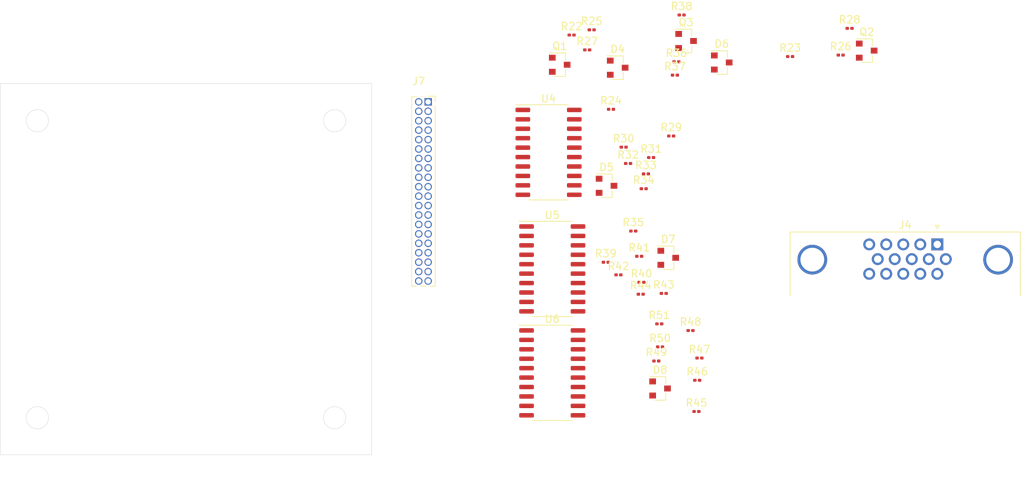
<source format=kicad_pcb>
(kicad_pcb (version 20171130) (host pcbnew 5.1.10-8.fc34)

  (general
    (thickness 1.6)
    (drawings 8)
    (tracks 0)
    (zones 0)
    (modules 43)
    (nets 81)
  )

  (page A4)
  (layers
    (0 F.Cu signal)
    (1 In1.Cu signal)
    (2 In2.Cu signal)
    (31 B.Cu signal)
    (32 B.Adhes user)
    (33 F.Adhes user)
    (34 B.Paste user)
    (35 F.Paste user)
    (36 B.SilkS user)
    (37 F.SilkS user)
    (38 B.Mask user)
    (39 F.Mask user)
    (40 Dwgs.User user)
    (41 Cmts.User user)
    (42 Eco1.User user)
    (43 Eco2.User user)
    (44 Edge.Cuts user)
    (45 Margin user)
    (46 B.CrtYd user)
    (47 F.CrtYd user)
    (48 B.Fab user)
    (49 F.Fab user)
  )

  (setup
    (last_trace_width 0.1)
    (trace_clearance 0.1)
    (zone_clearance 0.508)
    (zone_45_only no)
    (trace_min 0.1)
    (via_size 0.5)
    (via_drill 0.2)
    (via_min_size 0.4)
    (via_min_drill 0.1)
    (uvia_size 0.2)
    (uvia_drill 0.1)
    (uvias_allowed no)
    (uvia_min_size 0.1)
    (uvia_min_drill 0.1)
    (edge_width 0.05)
    (segment_width 0.2)
    (pcb_text_width 0.3)
    (pcb_text_size 1.5 1.5)
    (mod_edge_width 0.12)
    (mod_text_size 1 1)
    (mod_text_width 0.15)
    (pad_size 1.524 1.524)
    (pad_drill 0.762)
    (pad_to_mask_clearance 0)
    (aux_axis_origin 0 0)
    (visible_elements FFFFFF1F)
    (pcbplotparams
      (layerselection 0x010fc_ffffffff)
      (usegerberextensions false)
      (usegerberattributes true)
      (usegerberadvancedattributes true)
      (creategerberjobfile true)
      (excludeedgelayer true)
      (linewidth 0.100000)
      (plotframeref false)
      (viasonmask false)
      (mode 1)
      (useauxorigin false)
      (hpglpennumber 1)
      (hpglpenspeed 20)
      (hpglpendiameter 15.000000)
      (psnegative false)
      (psa4output false)
      (plotreference true)
      (plotvalue true)
      (plotinvisibletext false)
      (padsonsilk false)
      (subtractmaskfromsilk false)
      (outputformat 1)
      (mirror false)
      (drillshape 1)
      (scaleselection 1)
      (outputdirectory ""))
  )

  (net 0 "")
  (net 1 VGA_VSYNC)
  (net 2 VGA_R)
  (net 3 VGA_HSYNC)
  (net 4 VGA_G)
  (net 5 VGA_B)
  (net 6 "Net-(J4-Pad15)")
  (net 7 "Net-(J4-Pad12)")
  (net 8 "Net-(J4-Pad11)")
  (net 9 "Net-(J4-Pad9)")
  (net 10 "Net-(J4-Pad4)")
  (net 11 "Net-(Q1-Pad1)")
  (net 12 VGA_CTRL)
  (net 13 "Net-(Q2-Pad1)")
  (net 14 "Net-(Q3-Pad1)")
  (net 15 "Net-(R24-Pad1)")
  (net 16 "Net-(R29-Pad2)")
  (net 17 "Net-(R30-Pad2)")
  (net 18 "Net-(R31-Pad2)")
  (net 19 "Net-(R32-Pad2)")
  (net 20 "Net-(R33-Pad2)")
  (net 21 "Net-(R34-Pad2)")
  (net 22 "Net-(R35-Pad1)")
  (net 23 "Net-(R39-Pad2)")
  (net 24 "Net-(R40-Pad2)")
  (net 25 "Net-(R41-Pad2)")
  (net 26 "Net-(R42-Pad2)")
  (net 27 "Net-(R43-Pad2)")
  (net 28 "Net-(R44-Pad2)")
  (net 29 "Net-(R45-Pad1)")
  (net 30 "Net-(R46-Pad2)")
  (net 31 "Net-(R47-Pad2)")
  (net 32 "Net-(R48-Pad2)")
  (net 33 "Net-(R49-Pad2)")
  (net 34 "Net-(R50-Pad2)")
  (net 35 "Net-(R51-Pad2)")
  (net 36 "Net-(U4-Pad18)")
  (net 37 "Net-(U4-Pad16)")
  (net 38 "Net-(U5-Pad18)")
  (net 39 "Net-(U5-Pad16)")
  (net 40 "Net-(U6-Pad18)")
  (net 41 "Net-(U6-Pad16)")
  (net 42 +5VD)
  (net 43 GND1)
  (net 44 2B_LCD_VSYNC)
  (net 45 2B_LCD_DE)
  (net 46 2B_LCD_HSYNC)
  (net 47 2B_LCD_D20)
  (net 48 2B_LCD_D21)
  (net 49 2B_LCD_D22)
  (net 50 2B_LCD_D23)
  (net 51 2B_LCD_D19)
  (net 52 2B_LCD_D18)
  (net 53 2B_LCD_D12)
  (net 54 2B_LCD_D13)
  (net 55 2B_LCD_D14)
  (net 56 2B_LCD_D15)
  (net 57 2B_LCD_D11)
  (net 58 2B_LCD_D10)
  (net 59 2B_LCD_D4)
  (net 60 2B_LCD_D5)
  (net 61 2B_LCD_D6)
  (net 62 2B_LCD_D7)
  (net 63 2B_LCD_D3)
  (net 64 2B_LCD_D2)
  (net 65 "Net-(J7-Pad40)")
  (net 66 "Net-(J7-Pad39)")
  (net 67 "Net-(J7-Pad38)")
  (net 68 "Net-(J7-Pad37)")
  (net 69 "Net-(J7-Pad36)")
  (net 70 "Net-(J7-Pad35)")
  (net 71 "Net-(J7-Pad34)")
  (net 72 "Net-(J7-Pad33)")
  (net 73 "Net-(J7-Pad31)")
  (net 74 "Net-(J7-Pad22)")
  (net 75 "Net-(J7-Pad21)")
  (net 76 "Net-(J7-Pad14)")
  (net 77 "Net-(J7-Pad13)")
  (net 78 "Net-(J7-Pad6)")
  (net 79 "Net-(J7-Pad5)")
  (net 80 +3.3VA)

  (net_class Default "This is the default net class."
    (clearance 0.1)
    (trace_width 0.1)
    (via_dia 0.5)
    (via_drill 0.2)
    (uvia_dia 0.2)
    (uvia_drill 0.1)
    (add_net +3.3VA)
    (add_net +5VD)
    (add_net 2B_LCD_D10)
    (add_net 2B_LCD_D11)
    (add_net 2B_LCD_D12)
    (add_net 2B_LCD_D13)
    (add_net 2B_LCD_D14)
    (add_net 2B_LCD_D15)
    (add_net 2B_LCD_D18)
    (add_net 2B_LCD_D19)
    (add_net 2B_LCD_D2)
    (add_net 2B_LCD_D20)
    (add_net 2B_LCD_D21)
    (add_net 2B_LCD_D22)
    (add_net 2B_LCD_D23)
    (add_net 2B_LCD_D3)
    (add_net 2B_LCD_D4)
    (add_net 2B_LCD_D5)
    (add_net 2B_LCD_D6)
    (add_net 2B_LCD_D7)
    (add_net 2B_LCD_DE)
    (add_net 2B_LCD_HSYNC)
    (add_net 2B_LCD_VSYNC)
    (add_net GND1)
    (add_net "Net-(J4-Pad11)")
    (add_net "Net-(J4-Pad12)")
    (add_net "Net-(J4-Pad15)")
    (add_net "Net-(J4-Pad4)")
    (add_net "Net-(J4-Pad9)")
    (add_net "Net-(J7-Pad13)")
    (add_net "Net-(J7-Pad14)")
    (add_net "Net-(J7-Pad21)")
    (add_net "Net-(J7-Pad22)")
    (add_net "Net-(J7-Pad31)")
    (add_net "Net-(J7-Pad33)")
    (add_net "Net-(J7-Pad34)")
    (add_net "Net-(J7-Pad35)")
    (add_net "Net-(J7-Pad36)")
    (add_net "Net-(J7-Pad37)")
    (add_net "Net-(J7-Pad38)")
    (add_net "Net-(J7-Pad39)")
    (add_net "Net-(J7-Pad40)")
    (add_net "Net-(J7-Pad5)")
    (add_net "Net-(J7-Pad6)")
    (add_net "Net-(Q1-Pad1)")
    (add_net "Net-(Q2-Pad1)")
    (add_net "Net-(Q3-Pad1)")
    (add_net "Net-(R24-Pad1)")
    (add_net "Net-(R29-Pad2)")
    (add_net "Net-(R30-Pad2)")
    (add_net "Net-(R31-Pad2)")
    (add_net "Net-(R32-Pad2)")
    (add_net "Net-(R33-Pad2)")
    (add_net "Net-(R34-Pad2)")
    (add_net "Net-(R35-Pad1)")
    (add_net "Net-(R39-Pad2)")
    (add_net "Net-(R40-Pad2)")
    (add_net "Net-(R41-Pad2)")
    (add_net "Net-(R42-Pad2)")
    (add_net "Net-(R43-Pad2)")
    (add_net "Net-(R44-Pad2)")
    (add_net "Net-(R45-Pad1)")
    (add_net "Net-(R46-Pad2)")
    (add_net "Net-(R47-Pad2)")
    (add_net "Net-(R48-Pad2)")
    (add_net "Net-(R49-Pad2)")
    (add_net "Net-(R50-Pad2)")
    (add_net "Net-(R51-Pad2)")
    (add_net "Net-(U4-Pad16)")
    (add_net "Net-(U4-Pad18)")
    (add_net "Net-(U5-Pad16)")
    (add_net "Net-(U5-Pad18)")
    (add_net "Net-(U6-Pad16)")
    (add_net "Net-(U6-Pad18)")
    (add_net VGA_B)
    (add_net VGA_CTRL)
    (add_net VGA_G)
    (add_net VGA_HSYNC)
    (add_net VGA_R)
    (add_net VGA_VSYNC)
  )

  (module Connector_PinSocket_1.27mm:PinSocket_2x20_P1.27mm_Vertical (layer F.Cu) (tedit 5A19A42F) (tstamp 6185B927)
    (at 97.58 27.46)
    (descr "Through hole straight socket strip, 2x20, 1.27mm pitch, double cols (from Kicad 4.0.7), script generated")
    (tags "Through hole socket strip THT 2x20 1.27mm double row")
    (path /65236643)
    (fp_text reference J7 (at -1.27 -2.77) (layer F.SilkS)
      (effects (font (size 1 1) (thickness 0.15)))
    )
    (fp_text value VGA_CONN (at -1.27 51.03) (layer F.Fab)
      (effects (font (size 1 1) (thickness 0.15)))
    )
    (fp_text user %R (at -1.27 24.13 90) (layer F.Fab)
      (effects (font (size 1 1) (thickness 0.15)))
    )
    (fp_line (start -2.16 -0.635) (end 0.1275 -0.635) (layer F.Fab) (width 0.1))
    (fp_line (start 0.1275 -0.635) (end 0.89 0.1275) (layer F.Fab) (width 0.1))
    (fp_line (start 0.89 0.1275) (end 0.89 24.765) (layer F.Fab) (width 0.1))
    (fp_line (start 0.89 24.765) (end -2.16 24.765) (layer F.Fab) (width 0.1))
    (fp_line (start -2.16 24.765) (end -2.16 -0.635) (layer F.Fab) (width 0.1))
    (fp_line (start -2.22 -0.695) (end -1.57753 -0.695) (layer F.SilkS) (width 0.12))
    (fp_line (start -0.96247 -0.695) (end -0.76 -0.695) (layer F.SilkS) (width 0.12))
    (fp_line (start -2.22 -0.695) (end -2.22 24.825) (layer F.SilkS) (width 0.12))
    (fp_line (start 0.30753 24.825) (end 0.95 24.825) (layer F.SilkS) (width 0.12))
    (fp_line (start -2.22 24.825) (end -1.57753 24.825) (layer F.SilkS) (width 0.12))
    (fp_line (start -0.96247 24.825) (end -0.30753 24.825) (layer F.SilkS) (width 0.12))
    (fp_line (start 0.95 0.635) (end 0.95 24.825) (layer F.SilkS) (width 0.12))
    (fp_line (start 0.76 0.635) (end 0.95 0.635) (layer F.SilkS) (width 0.12))
    (fp_line (start 0.95 -0.76) (end 0.95 0) (layer F.SilkS) (width 0.12))
    (fp_line (start 0 -0.76) (end 0.95 -0.76) (layer F.SilkS) (width 0.12))
    (fp_line (start -2.67 -1.15) (end 1.38 -1.15) (layer F.CrtYd) (width 0.05))
    (fp_line (start 1.38 -1.15) (end 1.38 25.25) (layer F.CrtYd) (width 0.05))
    (fp_line (start 1.38 25.25) (end -2.67 25.25) (layer F.CrtYd) (width 0.05))
    (fp_line (start -2.67 25.25) (end -2.67 -1.15) (layer F.CrtYd) (width 0.05))
    (pad 40 thru_hole oval (at -1.27 24.13) (size 1 1) (drill 0.7) (layers *.Cu *.Mask)
      (net 65 "Net-(J7-Pad40)"))
    (pad 39 thru_hole oval (at 0 24.13) (size 1 1) (drill 0.7) (layers *.Cu *.Mask)
      (net 66 "Net-(J7-Pad39)"))
    (pad 38 thru_hole oval (at -1.27 22.86) (size 1 1) (drill 0.7) (layers *.Cu *.Mask)
      (net 67 "Net-(J7-Pad38)"))
    (pad 37 thru_hole oval (at 0 22.86) (size 1 1) (drill 0.7) (layers *.Cu *.Mask)
      (net 68 "Net-(J7-Pad37)"))
    (pad 36 thru_hole oval (at -1.27 21.59) (size 1 1) (drill 0.7) (layers *.Cu *.Mask)
      (net 69 "Net-(J7-Pad36)"))
    (pad 35 thru_hole oval (at 0 21.59) (size 1 1) (drill 0.7) (layers *.Cu *.Mask)
      (net 70 "Net-(J7-Pad35)"))
    (pad 34 thru_hole oval (at -1.27 20.32) (size 1 1) (drill 0.7) (layers *.Cu *.Mask)
      (net 71 "Net-(J7-Pad34)"))
    (pad 33 thru_hole oval (at 0 20.32) (size 1 1) (drill 0.7) (layers *.Cu *.Mask)
      (net 72 "Net-(J7-Pad33)"))
    (pad 32 thru_hole oval (at -1.27 19.05) (size 1 1) (drill 0.7) (layers *.Cu *.Mask)
      (net 45 2B_LCD_DE))
    (pad 31 thru_hole oval (at 0 19.05) (size 1 1) (drill 0.7) (layers *.Cu *.Mask)
      (net 73 "Net-(J7-Pad31)"))
    (pad 30 thru_hole oval (at -1.27 17.78) (size 1 1) (drill 0.7) (layers *.Cu *.Mask)
      (net 44 2B_LCD_VSYNC))
    (pad 29 thru_hole oval (at 0 17.78) (size 1 1) (drill 0.7) (layers *.Cu *.Mask)
      (net 46 2B_LCD_HSYNC))
    (pad 28 thru_hole oval (at -1.27 16.51) (size 1 1) (drill 0.7) (layers *.Cu *.Mask)
      (net 62 2B_LCD_D7))
    (pad 27 thru_hole oval (at 0 16.51) (size 1 1) (drill 0.7) (layers *.Cu *.Mask)
      (net 61 2B_LCD_D6))
    (pad 26 thru_hole oval (at -1.27 15.24) (size 1 1) (drill 0.7) (layers *.Cu *.Mask)
      (net 60 2B_LCD_D5))
    (pad 25 thru_hole oval (at 0 15.24) (size 1 1) (drill 0.7) (layers *.Cu *.Mask)
      (net 59 2B_LCD_D4))
    (pad 24 thru_hole oval (at -1.27 13.97) (size 1 1) (drill 0.7) (layers *.Cu *.Mask)
      (net 63 2B_LCD_D3))
    (pad 23 thru_hole oval (at 0 13.97) (size 1 1) (drill 0.7) (layers *.Cu *.Mask)
      (net 64 2B_LCD_D2))
    (pad 22 thru_hole oval (at -1.27 12.7) (size 1 1) (drill 0.7) (layers *.Cu *.Mask)
      (net 74 "Net-(J7-Pad22)"))
    (pad 21 thru_hole oval (at 0 12.7) (size 1 1) (drill 0.7) (layers *.Cu *.Mask)
      (net 75 "Net-(J7-Pad21)"))
    (pad 20 thru_hole oval (at -1.27 11.43) (size 1 1) (drill 0.7) (layers *.Cu *.Mask)
      (net 56 2B_LCD_D15))
    (pad 19 thru_hole oval (at 0 11.43) (size 1 1) (drill 0.7) (layers *.Cu *.Mask)
      (net 55 2B_LCD_D14))
    (pad 18 thru_hole oval (at -1.27 10.16) (size 1 1) (drill 0.7) (layers *.Cu *.Mask)
      (net 54 2B_LCD_D13))
    (pad 17 thru_hole oval (at 0 10.16) (size 1 1) (drill 0.7) (layers *.Cu *.Mask)
      (net 53 2B_LCD_D12))
    (pad 16 thru_hole oval (at -1.27 8.89) (size 1 1) (drill 0.7) (layers *.Cu *.Mask)
      (net 57 2B_LCD_D11))
    (pad 15 thru_hole oval (at 0 8.89) (size 1 1) (drill 0.7) (layers *.Cu *.Mask)
      (net 58 2B_LCD_D10))
    (pad 14 thru_hole oval (at -1.27 7.62) (size 1 1) (drill 0.7) (layers *.Cu *.Mask)
      (net 76 "Net-(J7-Pad14)"))
    (pad 13 thru_hole oval (at 0 7.62) (size 1 1) (drill 0.7) (layers *.Cu *.Mask)
      (net 77 "Net-(J7-Pad13)"))
    (pad 12 thru_hole oval (at -1.27 6.35) (size 1 1) (drill 0.7) (layers *.Cu *.Mask)
      (net 50 2B_LCD_D23))
    (pad 11 thru_hole oval (at 0 6.35) (size 1 1) (drill 0.7) (layers *.Cu *.Mask)
      (net 49 2B_LCD_D22))
    (pad 10 thru_hole oval (at -1.27 5.08) (size 1 1) (drill 0.7) (layers *.Cu *.Mask)
      (net 48 2B_LCD_D21))
    (pad 9 thru_hole oval (at 0 5.08) (size 1 1) (drill 0.7) (layers *.Cu *.Mask)
      (net 47 2B_LCD_D20))
    (pad 8 thru_hole oval (at -1.27 3.81) (size 1 1) (drill 0.7) (layers *.Cu *.Mask)
      (net 51 2B_LCD_D19))
    (pad 7 thru_hole oval (at 0 3.81) (size 1 1) (drill 0.7) (layers *.Cu *.Mask)
      (net 52 2B_LCD_D18))
    (pad 6 thru_hole oval (at -1.27 2.54) (size 1 1) (drill 0.7) (layers *.Cu *.Mask)
      (net 78 "Net-(J7-Pad6)"))
    (pad 5 thru_hole oval (at 0 2.54) (size 1 1) (drill 0.7) (layers *.Cu *.Mask)
      (net 79 "Net-(J7-Pad5)"))
    (pad 4 thru_hole oval (at -1.27 1.27) (size 1 1) (drill 0.7) (layers *.Cu *.Mask)
      (net 43 GND1))
    (pad 3 thru_hole oval (at 0 1.27) (size 1 1) (drill 0.7) (layers *.Cu *.Mask)
      (net 80 +3.3VA))
    (pad 2 thru_hole oval (at -1.27 0) (size 1 1) (drill 0.7) (layers *.Cu *.Mask)
      (net 43 GND1))
    (pad 1 thru_hole rect (at 0 0) (size 1 1) (drill 0.7) (layers *.Cu *.Mask)
      (net 42 +5VD))
    (model ${KISYS3DMOD}/Connector_PinSocket_1.27mm.3dshapes/PinSocket_2x20_P1.27mm_Vertical.wrl
      (at (xyz 0 0 0))
      (scale (xyz 1 1 1))
      (rotate (xyz 0 0 0))
    )
  )

  (module Resistor_SMD:R_0201_0603Metric (layer F.Cu) (tedit 5F68FEEE) (tstamp 61852739)
    (at 128.68 57.36)
    (descr "Resistor SMD 0201 (0603 Metric), square (rectangular) end terminal, IPC_7351 nominal, (Body size source: https://www.vishay.com/docs/20052/crcw0201e3.pdf), generated with kicad-footprint-generator")
    (tags resistor)
    (path /6268A461)
    (attr smd)
    (fp_text reference R51 (at 0 -1.17) (layer F.SilkS)
      (effects (font (size 1 1) (thickness 0.15)))
    )
    (fp_text value 549R (at 0 1.17) (layer F.Fab)
      (effects (font (size 1 1) (thickness 0.15)))
    )
    (fp_line (start -0.3 0.15) (end -0.3 -0.15) (layer F.Fab) (width 0.1))
    (fp_line (start -0.3 -0.15) (end 0.3 -0.15) (layer F.Fab) (width 0.1))
    (fp_line (start 0.3 -0.15) (end 0.3 0.15) (layer F.Fab) (width 0.1))
    (fp_line (start 0.3 0.15) (end -0.3 0.15) (layer F.Fab) (width 0.1))
    (fp_line (start -0.7 0.35) (end -0.7 -0.35) (layer F.CrtYd) (width 0.05))
    (fp_line (start -0.7 -0.35) (end 0.7 -0.35) (layer F.CrtYd) (width 0.05))
    (fp_line (start 0.7 -0.35) (end 0.7 0.35) (layer F.CrtYd) (width 0.05))
    (fp_line (start 0.7 0.35) (end -0.7 0.35) (layer F.CrtYd) (width 0.05))
    (fp_text user %R (at 0 0) (layer F.Fab)
      (effects (font (size 0.26 0.26) (thickness 0.04)))
    )
    (pad 2 smd roundrect (at 0.32 0) (size 0.46 0.4) (layers F.Cu F.Mask) (roundrect_rratio 0.25)
      (net 35 "Net-(R51-Pad2)"))
    (pad 1 smd roundrect (at -0.32 0) (size 0.46 0.4) (layers F.Cu F.Mask) (roundrect_rratio 0.25)
      (net 5 VGA_B))
    (pad "" smd roundrect (at 0.345 0) (size 0.318 0.36) (layers F.Paste) (roundrect_rratio 0.25))
    (pad "" smd roundrect (at -0.345 0) (size 0.318 0.36) (layers F.Paste) (roundrect_rratio 0.25))
    (model ${KISYS3DMOD}/Resistor_SMD.3dshapes/R_0201_0603Metric.wrl
      (at (xyz 0 0 0))
      (scale (xyz 1 1 1))
      (rotate (xyz 0 0 0))
    )
  )

  (module Resistor_SMD:R_0201_0603Metric (layer F.Cu) (tedit 5F68FEEE) (tstamp 61852728)
    (at 128.78 60.46)
    (descr "Resistor SMD 0201 (0603 Metric), square (rectangular) end terminal, IPC_7351 nominal, (Body size source: https://www.vishay.com/docs/20052/crcw0201e3.pdf), generated with kicad-footprint-generator")
    (tags resistor)
    (path /6268A46B)
    (attr smd)
    (fp_text reference R50 (at 0 -1.17) (layer F.SilkS)
      (effects (font (size 1 1) (thickness 0.15)))
    )
    (fp_text value 1.05k (at 0 1.17) (layer F.Fab)
      (effects (font (size 1 1) (thickness 0.15)))
    )
    (fp_line (start -0.3 0.15) (end -0.3 -0.15) (layer F.Fab) (width 0.1))
    (fp_line (start -0.3 -0.15) (end 0.3 -0.15) (layer F.Fab) (width 0.1))
    (fp_line (start 0.3 -0.15) (end 0.3 0.15) (layer F.Fab) (width 0.1))
    (fp_line (start 0.3 0.15) (end -0.3 0.15) (layer F.Fab) (width 0.1))
    (fp_line (start -0.7 0.35) (end -0.7 -0.35) (layer F.CrtYd) (width 0.05))
    (fp_line (start -0.7 -0.35) (end 0.7 -0.35) (layer F.CrtYd) (width 0.05))
    (fp_line (start 0.7 -0.35) (end 0.7 0.35) (layer F.CrtYd) (width 0.05))
    (fp_line (start 0.7 0.35) (end -0.7 0.35) (layer F.CrtYd) (width 0.05))
    (fp_text user %R (at 0 0) (layer F.Fab)
      (effects (font (size 0.26 0.26) (thickness 0.04)))
    )
    (pad 2 smd roundrect (at 0.32 0) (size 0.46 0.4) (layers F.Cu F.Mask) (roundrect_rratio 0.25)
      (net 34 "Net-(R50-Pad2)"))
    (pad 1 smd roundrect (at -0.32 0) (size 0.46 0.4) (layers F.Cu F.Mask) (roundrect_rratio 0.25)
      (net 5 VGA_B))
    (pad "" smd roundrect (at 0.345 0) (size 0.318 0.36) (layers F.Paste) (roundrect_rratio 0.25))
    (pad "" smd roundrect (at -0.345 0) (size 0.318 0.36) (layers F.Paste) (roundrect_rratio 0.25))
    (model ${KISYS3DMOD}/Resistor_SMD.3dshapes/R_0201_0603Metric.wrl
      (at (xyz 0 0 0))
      (scale (xyz 1 1 1))
      (rotate (xyz 0 0 0))
    )
  )

  (module Resistor_SMD:R_0201_0603Metric (layer F.Cu) (tedit 5F68FEEE) (tstamp 61852717)
    (at 128.28 62.36)
    (descr "Resistor SMD 0201 (0603 Metric), square (rectangular) end terminal, IPC_7351 nominal, (Body size source: https://www.vishay.com/docs/20052/crcw0201e3.pdf), generated with kicad-footprint-generator")
    (tags resistor)
    (path /6268A475)
    (attr smd)
    (fp_text reference R49 (at 0 -1.17) (layer F.SilkS)
      (effects (font (size 1 1) (thickness 0.15)))
    )
    (fp_text value 2.2k (at 0 1.17) (layer F.Fab)
      (effects (font (size 1 1) (thickness 0.15)))
    )
    (fp_line (start -0.3 0.15) (end -0.3 -0.15) (layer F.Fab) (width 0.1))
    (fp_line (start -0.3 -0.15) (end 0.3 -0.15) (layer F.Fab) (width 0.1))
    (fp_line (start 0.3 -0.15) (end 0.3 0.15) (layer F.Fab) (width 0.1))
    (fp_line (start 0.3 0.15) (end -0.3 0.15) (layer F.Fab) (width 0.1))
    (fp_line (start -0.7 0.35) (end -0.7 -0.35) (layer F.CrtYd) (width 0.05))
    (fp_line (start -0.7 -0.35) (end 0.7 -0.35) (layer F.CrtYd) (width 0.05))
    (fp_line (start 0.7 -0.35) (end 0.7 0.35) (layer F.CrtYd) (width 0.05))
    (fp_line (start 0.7 0.35) (end -0.7 0.35) (layer F.CrtYd) (width 0.05))
    (fp_text user %R (at 0 0) (layer F.Fab)
      (effects (font (size 0.26 0.26) (thickness 0.04)))
    )
    (pad 2 smd roundrect (at 0.32 0) (size 0.46 0.4) (layers F.Cu F.Mask) (roundrect_rratio 0.25)
      (net 33 "Net-(R49-Pad2)"))
    (pad 1 smd roundrect (at -0.32 0) (size 0.46 0.4) (layers F.Cu F.Mask) (roundrect_rratio 0.25)
      (net 5 VGA_B))
    (pad "" smd roundrect (at 0.345 0) (size 0.318 0.36) (layers F.Paste) (roundrect_rratio 0.25))
    (pad "" smd roundrect (at -0.345 0) (size 0.318 0.36) (layers F.Paste) (roundrect_rratio 0.25))
    (model ${KISYS3DMOD}/Resistor_SMD.3dshapes/R_0201_0603Metric.wrl
      (at (xyz 0 0 0))
      (scale (xyz 1 1 1))
      (rotate (xyz 0 0 0))
    )
  )

  (module Resistor_SMD:R_0201_0603Metric (layer F.Cu) (tedit 5F68FEEE) (tstamp 61852706)
    (at 132.88 58.26)
    (descr "Resistor SMD 0201 (0603 Metric), square (rectangular) end terminal, IPC_7351 nominal, (Body size source: https://www.vishay.com/docs/20052/crcw0201e3.pdf), generated with kicad-footprint-generator")
    (tags resistor)
    (path /6268A47F)
    (attr smd)
    (fp_text reference R48 (at 0 -1.17) (layer F.SilkS)
      (effects (font (size 1 1) (thickness 0.15)))
    )
    (fp_text value 4.32k (at 0 1.17) (layer F.Fab)
      (effects (font (size 1 1) (thickness 0.15)))
    )
    (fp_line (start -0.3 0.15) (end -0.3 -0.15) (layer F.Fab) (width 0.1))
    (fp_line (start -0.3 -0.15) (end 0.3 -0.15) (layer F.Fab) (width 0.1))
    (fp_line (start 0.3 -0.15) (end 0.3 0.15) (layer F.Fab) (width 0.1))
    (fp_line (start 0.3 0.15) (end -0.3 0.15) (layer F.Fab) (width 0.1))
    (fp_line (start -0.7 0.35) (end -0.7 -0.35) (layer F.CrtYd) (width 0.05))
    (fp_line (start -0.7 -0.35) (end 0.7 -0.35) (layer F.CrtYd) (width 0.05))
    (fp_line (start 0.7 -0.35) (end 0.7 0.35) (layer F.CrtYd) (width 0.05))
    (fp_line (start 0.7 0.35) (end -0.7 0.35) (layer F.CrtYd) (width 0.05))
    (fp_text user %R (at 0 0) (layer F.Fab)
      (effects (font (size 0.26 0.26) (thickness 0.04)))
    )
    (pad 2 smd roundrect (at 0.32 0) (size 0.46 0.4) (layers F.Cu F.Mask) (roundrect_rratio 0.25)
      (net 32 "Net-(R48-Pad2)"))
    (pad 1 smd roundrect (at -0.32 0) (size 0.46 0.4) (layers F.Cu F.Mask) (roundrect_rratio 0.25)
      (net 5 VGA_B))
    (pad "" smd roundrect (at 0.345 0) (size 0.318 0.36) (layers F.Paste) (roundrect_rratio 0.25))
    (pad "" smd roundrect (at -0.345 0) (size 0.318 0.36) (layers F.Paste) (roundrect_rratio 0.25))
    (model ${KISYS3DMOD}/Resistor_SMD.3dshapes/R_0201_0603Metric.wrl
      (at (xyz 0 0 0))
      (scale (xyz 1 1 1))
      (rotate (xyz 0 0 0))
    )
  )

  (module Resistor_SMD:R_0201_0603Metric (layer F.Cu) (tedit 5F68FEEE) (tstamp 618526F5)
    (at 134.08 61.96)
    (descr "Resistor SMD 0201 (0603 Metric), square (rectangular) end terminal, IPC_7351 nominal, (Body size source: https://www.vishay.com/docs/20052/crcw0201e3.pdf), generated with kicad-footprint-generator")
    (tags resistor)
    (path /6268A489)
    (attr smd)
    (fp_text reference R47 (at 0 -1.17) (layer F.SilkS)
      (effects (font (size 1 1) (thickness 0.15)))
    )
    (fp_text value 8.66k (at 0 1.17) (layer F.Fab)
      (effects (font (size 1 1) (thickness 0.15)))
    )
    (fp_line (start -0.3 0.15) (end -0.3 -0.15) (layer F.Fab) (width 0.1))
    (fp_line (start -0.3 -0.15) (end 0.3 -0.15) (layer F.Fab) (width 0.1))
    (fp_line (start 0.3 -0.15) (end 0.3 0.15) (layer F.Fab) (width 0.1))
    (fp_line (start 0.3 0.15) (end -0.3 0.15) (layer F.Fab) (width 0.1))
    (fp_line (start -0.7 0.35) (end -0.7 -0.35) (layer F.CrtYd) (width 0.05))
    (fp_line (start -0.7 -0.35) (end 0.7 -0.35) (layer F.CrtYd) (width 0.05))
    (fp_line (start 0.7 -0.35) (end 0.7 0.35) (layer F.CrtYd) (width 0.05))
    (fp_line (start 0.7 0.35) (end -0.7 0.35) (layer F.CrtYd) (width 0.05))
    (fp_text user %R (at 0 0) (layer F.Fab)
      (effects (font (size 0.26 0.26) (thickness 0.04)))
    )
    (pad 2 smd roundrect (at 0.32 0) (size 0.46 0.4) (layers F.Cu F.Mask) (roundrect_rratio 0.25)
      (net 31 "Net-(R47-Pad2)"))
    (pad 1 smd roundrect (at -0.32 0) (size 0.46 0.4) (layers F.Cu F.Mask) (roundrect_rratio 0.25)
      (net 5 VGA_B))
    (pad "" smd roundrect (at 0.345 0) (size 0.318 0.36) (layers F.Paste) (roundrect_rratio 0.25))
    (pad "" smd roundrect (at -0.345 0) (size 0.318 0.36) (layers F.Paste) (roundrect_rratio 0.25))
    (model ${KISYS3DMOD}/Resistor_SMD.3dshapes/R_0201_0603Metric.wrl
      (at (xyz 0 0 0))
      (scale (xyz 1 1 1))
      (rotate (xyz 0 0 0))
    )
  )

  (module Resistor_SMD:R_0201_0603Metric (layer F.Cu) (tedit 5F68FEEE) (tstamp 618526E4)
    (at 133.78 64.96)
    (descr "Resistor SMD 0201 (0603 Metric), square (rectangular) end terminal, IPC_7351 nominal, (Body size source: https://www.vishay.com/docs/20052/crcw0201e3.pdf), generated with kicad-footprint-generator")
    (tags resistor)
    (path /6268A493)
    (attr smd)
    (fp_text reference R46 (at 0 -1.17) (layer F.SilkS)
      (effects (font (size 1 1) (thickness 0.15)))
    )
    (fp_text value 17.8k (at 0 1.17) (layer F.Fab)
      (effects (font (size 1 1) (thickness 0.15)))
    )
    (fp_line (start -0.3 0.15) (end -0.3 -0.15) (layer F.Fab) (width 0.1))
    (fp_line (start -0.3 -0.15) (end 0.3 -0.15) (layer F.Fab) (width 0.1))
    (fp_line (start 0.3 -0.15) (end 0.3 0.15) (layer F.Fab) (width 0.1))
    (fp_line (start 0.3 0.15) (end -0.3 0.15) (layer F.Fab) (width 0.1))
    (fp_line (start -0.7 0.35) (end -0.7 -0.35) (layer F.CrtYd) (width 0.05))
    (fp_line (start -0.7 -0.35) (end 0.7 -0.35) (layer F.CrtYd) (width 0.05))
    (fp_line (start 0.7 -0.35) (end 0.7 0.35) (layer F.CrtYd) (width 0.05))
    (fp_line (start 0.7 0.35) (end -0.7 0.35) (layer F.CrtYd) (width 0.05))
    (fp_text user %R (at 0 0) (layer F.Fab)
      (effects (font (size 0.26 0.26) (thickness 0.04)))
    )
    (pad 2 smd roundrect (at 0.32 0) (size 0.46 0.4) (layers F.Cu F.Mask) (roundrect_rratio 0.25)
      (net 30 "Net-(R46-Pad2)"))
    (pad 1 smd roundrect (at -0.32 0) (size 0.46 0.4) (layers F.Cu F.Mask) (roundrect_rratio 0.25)
      (net 5 VGA_B))
    (pad "" smd roundrect (at 0.345 0) (size 0.318 0.36) (layers F.Paste) (roundrect_rratio 0.25))
    (pad "" smd roundrect (at -0.345 0) (size 0.318 0.36) (layers F.Paste) (roundrect_rratio 0.25))
    (model ${KISYS3DMOD}/Resistor_SMD.3dshapes/R_0201_0603Metric.wrl
      (at (xyz 0 0 0))
      (scale (xyz 1 1 1))
      (rotate (xyz 0 0 0))
    )
  )

  (module Resistor_SMD:R_0201_0603Metric (layer F.Cu) (tedit 5F68FEEE) (tstamp 618526D3)
    (at 133.68 69.16)
    (descr "Resistor SMD 0201 (0603 Metric), square (rectangular) end terminal, IPC_7351 nominal, (Body size source: https://www.vishay.com/docs/20052/crcw0201e3.pdf), generated with kicad-footprint-generator")
    (tags resistor)
    (path /6268A438)
    (attr smd)
    (fp_text reference R45 (at 0 -1.17) (layer F.SilkS)
      (effects (font (size 1 1) (thickness 0.15)))
    )
    (fp_text value 10k (at 0 1.17) (layer F.Fab)
      (effects (font (size 1 1) (thickness 0.15)))
    )
    (fp_line (start -0.3 0.15) (end -0.3 -0.15) (layer F.Fab) (width 0.1))
    (fp_line (start -0.3 -0.15) (end 0.3 -0.15) (layer F.Fab) (width 0.1))
    (fp_line (start 0.3 -0.15) (end 0.3 0.15) (layer F.Fab) (width 0.1))
    (fp_line (start 0.3 0.15) (end -0.3 0.15) (layer F.Fab) (width 0.1))
    (fp_line (start -0.7 0.35) (end -0.7 -0.35) (layer F.CrtYd) (width 0.05))
    (fp_line (start -0.7 -0.35) (end 0.7 -0.35) (layer F.CrtYd) (width 0.05))
    (fp_line (start 0.7 -0.35) (end 0.7 0.35) (layer F.CrtYd) (width 0.05))
    (fp_line (start 0.7 0.35) (end -0.7 0.35) (layer F.CrtYd) (width 0.05))
    (fp_text user %R (at 0 0) (layer F.Fab)
      (effects (font (size 0.26 0.26) (thickness 0.04)))
    )
    (pad 2 smd roundrect (at 0.32 0) (size 0.46 0.4) (layers F.Cu F.Mask) (roundrect_rratio 0.25)
      (net 80 +3.3VA))
    (pad 1 smd roundrect (at -0.32 0) (size 0.46 0.4) (layers F.Cu F.Mask) (roundrect_rratio 0.25)
      (net 29 "Net-(R45-Pad1)"))
    (pad "" smd roundrect (at 0.345 0) (size 0.318 0.36) (layers F.Paste) (roundrect_rratio 0.25))
    (pad "" smd roundrect (at -0.345 0) (size 0.318 0.36) (layers F.Paste) (roundrect_rratio 0.25))
    (model ${KISYS3DMOD}/Resistor_SMD.3dshapes/R_0201_0603Metric.wrl
      (at (xyz 0 0 0))
      (scale (xyz 1 1 1))
      (rotate (xyz 0 0 0))
    )
  )

  (module Resistor_SMD:R_0201_0603Metric (layer F.Cu) (tedit 5F68FEEE) (tstamp 618526C2)
    (at 126.18 53.36)
    (descr "Resistor SMD 0201 (0603 Metric), square (rectangular) end terminal, IPC_7351 nominal, (Body size source: https://www.vishay.com/docs/20052/crcw0201e3.pdf), generated with kicad-footprint-generator")
    (tags resistor)
    (path /6264D3BD)
    (attr smd)
    (fp_text reference R44 (at 0 -1.17) (layer F.SilkS)
      (effects (font (size 1 1) (thickness 0.15)))
    )
    (fp_text value 549R (at 0 1.17) (layer F.Fab)
      (effects (font (size 1 1) (thickness 0.15)))
    )
    (fp_line (start -0.3 0.15) (end -0.3 -0.15) (layer F.Fab) (width 0.1))
    (fp_line (start -0.3 -0.15) (end 0.3 -0.15) (layer F.Fab) (width 0.1))
    (fp_line (start 0.3 -0.15) (end 0.3 0.15) (layer F.Fab) (width 0.1))
    (fp_line (start 0.3 0.15) (end -0.3 0.15) (layer F.Fab) (width 0.1))
    (fp_line (start -0.7 0.35) (end -0.7 -0.35) (layer F.CrtYd) (width 0.05))
    (fp_line (start -0.7 -0.35) (end 0.7 -0.35) (layer F.CrtYd) (width 0.05))
    (fp_line (start 0.7 -0.35) (end 0.7 0.35) (layer F.CrtYd) (width 0.05))
    (fp_line (start 0.7 0.35) (end -0.7 0.35) (layer F.CrtYd) (width 0.05))
    (fp_text user %R (at 0 0) (layer F.Fab)
      (effects (font (size 0.26 0.26) (thickness 0.04)))
    )
    (pad 2 smd roundrect (at 0.32 0) (size 0.46 0.4) (layers F.Cu F.Mask) (roundrect_rratio 0.25)
      (net 28 "Net-(R44-Pad2)"))
    (pad 1 smd roundrect (at -0.32 0) (size 0.46 0.4) (layers F.Cu F.Mask) (roundrect_rratio 0.25)
      (net 4 VGA_G))
    (pad "" smd roundrect (at 0.345 0) (size 0.318 0.36) (layers F.Paste) (roundrect_rratio 0.25))
    (pad "" smd roundrect (at -0.345 0) (size 0.318 0.36) (layers F.Paste) (roundrect_rratio 0.25))
    (model ${KISYS3DMOD}/Resistor_SMD.3dshapes/R_0201_0603Metric.wrl
      (at (xyz 0 0 0))
      (scale (xyz 1 1 1))
      (rotate (xyz 0 0 0))
    )
  )

  (module Resistor_SMD:R_0201_0603Metric (layer F.Cu) (tedit 5F68FEEE) (tstamp 618526B1)
    (at 129.28 53.26)
    (descr "Resistor SMD 0201 (0603 Metric), square (rectangular) end terminal, IPC_7351 nominal, (Body size source: https://www.vishay.com/docs/20052/crcw0201e3.pdf), generated with kicad-footprint-generator")
    (tags resistor)
    (path /6264D3C7)
    (attr smd)
    (fp_text reference R43 (at 0 -1.17) (layer F.SilkS)
      (effects (font (size 1 1) (thickness 0.15)))
    )
    (fp_text value 1.05k (at 0 1.17) (layer F.Fab)
      (effects (font (size 1 1) (thickness 0.15)))
    )
    (fp_line (start -0.3 0.15) (end -0.3 -0.15) (layer F.Fab) (width 0.1))
    (fp_line (start -0.3 -0.15) (end 0.3 -0.15) (layer F.Fab) (width 0.1))
    (fp_line (start 0.3 -0.15) (end 0.3 0.15) (layer F.Fab) (width 0.1))
    (fp_line (start 0.3 0.15) (end -0.3 0.15) (layer F.Fab) (width 0.1))
    (fp_line (start -0.7 0.35) (end -0.7 -0.35) (layer F.CrtYd) (width 0.05))
    (fp_line (start -0.7 -0.35) (end 0.7 -0.35) (layer F.CrtYd) (width 0.05))
    (fp_line (start 0.7 -0.35) (end 0.7 0.35) (layer F.CrtYd) (width 0.05))
    (fp_line (start 0.7 0.35) (end -0.7 0.35) (layer F.CrtYd) (width 0.05))
    (fp_text user %R (at 0 0) (layer F.Fab)
      (effects (font (size 0.26 0.26) (thickness 0.04)))
    )
    (pad 2 smd roundrect (at 0.32 0) (size 0.46 0.4) (layers F.Cu F.Mask) (roundrect_rratio 0.25)
      (net 27 "Net-(R43-Pad2)"))
    (pad 1 smd roundrect (at -0.32 0) (size 0.46 0.4) (layers F.Cu F.Mask) (roundrect_rratio 0.25)
      (net 4 VGA_G))
    (pad "" smd roundrect (at 0.345 0) (size 0.318 0.36) (layers F.Paste) (roundrect_rratio 0.25))
    (pad "" smd roundrect (at -0.345 0) (size 0.318 0.36) (layers F.Paste) (roundrect_rratio 0.25))
    (model ${KISYS3DMOD}/Resistor_SMD.3dshapes/R_0201_0603Metric.wrl
      (at (xyz 0 0 0))
      (scale (xyz 1 1 1))
      (rotate (xyz 0 0 0))
    )
  )

  (module Resistor_SMD:R_0201_0603Metric (layer F.Cu) (tedit 5F68FEEE) (tstamp 618526A0)
    (at 123.18 50.76)
    (descr "Resistor SMD 0201 (0603 Metric), square (rectangular) end terminal, IPC_7351 nominal, (Body size source: https://www.vishay.com/docs/20052/crcw0201e3.pdf), generated with kicad-footprint-generator")
    (tags resistor)
    (path /6264D3D1)
    (attr smd)
    (fp_text reference R42 (at 0 -1.17) (layer F.SilkS)
      (effects (font (size 1 1) (thickness 0.15)))
    )
    (fp_text value 2.2k (at 0 1.17) (layer F.Fab)
      (effects (font (size 1 1) (thickness 0.15)))
    )
    (fp_line (start -0.3 0.15) (end -0.3 -0.15) (layer F.Fab) (width 0.1))
    (fp_line (start -0.3 -0.15) (end 0.3 -0.15) (layer F.Fab) (width 0.1))
    (fp_line (start 0.3 -0.15) (end 0.3 0.15) (layer F.Fab) (width 0.1))
    (fp_line (start 0.3 0.15) (end -0.3 0.15) (layer F.Fab) (width 0.1))
    (fp_line (start -0.7 0.35) (end -0.7 -0.35) (layer F.CrtYd) (width 0.05))
    (fp_line (start -0.7 -0.35) (end 0.7 -0.35) (layer F.CrtYd) (width 0.05))
    (fp_line (start 0.7 -0.35) (end 0.7 0.35) (layer F.CrtYd) (width 0.05))
    (fp_line (start 0.7 0.35) (end -0.7 0.35) (layer F.CrtYd) (width 0.05))
    (fp_text user %R (at 0 0) (layer F.Fab)
      (effects (font (size 0.26 0.26) (thickness 0.04)))
    )
    (pad 2 smd roundrect (at 0.32 0) (size 0.46 0.4) (layers F.Cu F.Mask) (roundrect_rratio 0.25)
      (net 26 "Net-(R42-Pad2)"))
    (pad 1 smd roundrect (at -0.32 0) (size 0.46 0.4) (layers F.Cu F.Mask) (roundrect_rratio 0.25)
      (net 4 VGA_G))
    (pad "" smd roundrect (at 0.345 0) (size 0.318 0.36) (layers F.Paste) (roundrect_rratio 0.25))
    (pad "" smd roundrect (at -0.345 0) (size 0.318 0.36) (layers F.Paste) (roundrect_rratio 0.25))
    (model ${KISYS3DMOD}/Resistor_SMD.3dshapes/R_0201_0603Metric.wrl
      (at (xyz 0 0 0))
      (scale (xyz 1 1 1))
      (rotate (xyz 0 0 0))
    )
  )

  (module Resistor_SMD:R_0201_0603Metric (layer F.Cu) (tedit 5F68FEEE) (tstamp 6185268F)
    (at 125.98 48.26)
    (descr "Resistor SMD 0201 (0603 Metric), square (rectangular) end terminal, IPC_7351 nominal, (Body size source: https://www.vishay.com/docs/20052/crcw0201e3.pdf), generated with kicad-footprint-generator")
    (tags resistor)
    (path /6264D3DB)
    (attr smd)
    (fp_text reference R41 (at 0 -1.17) (layer F.SilkS)
      (effects (font (size 1 1) (thickness 0.15)))
    )
    (fp_text value 4.32k (at 0 1.17) (layer F.Fab)
      (effects (font (size 1 1) (thickness 0.15)))
    )
    (fp_line (start -0.3 0.15) (end -0.3 -0.15) (layer F.Fab) (width 0.1))
    (fp_line (start -0.3 -0.15) (end 0.3 -0.15) (layer F.Fab) (width 0.1))
    (fp_line (start 0.3 -0.15) (end 0.3 0.15) (layer F.Fab) (width 0.1))
    (fp_line (start 0.3 0.15) (end -0.3 0.15) (layer F.Fab) (width 0.1))
    (fp_line (start -0.7 0.35) (end -0.7 -0.35) (layer F.CrtYd) (width 0.05))
    (fp_line (start -0.7 -0.35) (end 0.7 -0.35) (layer F.CrtYd) (width 0.05))
    (fp_line (start 0.7 -0.35) (end 0.7 0.35) (layer F.CrtYd) (width 0.05))
    (fp_line (start 0.7 0.35) (end -0.7 0.35) (layer F.CrtYd) (width 0.05))
    (fp_text user %R (at 0 0) (layer F.Fab)
      (effects (font (size 0.26 0.26) (thickness 0.04)))
    )
    (pad 2 smd roundrect (at 0.32 0) (size 0.46 0.4) (layers F.Cu F.Mask) (roundrect_rratio 0.25)
      (net 25 "Net-(R41-Pad2)"))
    (pad 1 smd roundrect (at -0.32 0) (size 0.46 0.4) (layers F.Cu F.Mask) (roundrect_rratio 0.25)
      (net 4 VGA_G))
    (pad "" smd roundrect (at 0.345 0) (size 0.318 0.36) (layers F.Paste) (roundrect_rratio 0.25))
    (pad "" smd roundrect (at -0.345 0) (size 0.318 0.36) (layers F.Paste) (roundrect_rratio 0.25))
    (model ${KISYS3DMOD}/Resistor_SMD.3dshapes/R_0201_0603Metric.wrl
      (at (xyz 0 0 0))
      (scale (xyz 1 1 1))
      (rotate (xyz 0 0 0))
    )
  )

  (module Resistor_SMD:R_0201_0603Metric (layer F.Cu) (tedit 5F68FEEE) (tstamp 6185267E)
    (at 126.28 51.76)
    (descr "Resistor SMD 0201 (0603 Metric), square (rectangular) end terminal, IPC_7351 nominal, (Body size source: https://www.vishay.com/docs/20052/crcw0201e3.pdf), generated with kicad-footprint-generator")
    (tags resistor)
    (path /6264D3E5)
    (attr smd)
    (fp_text reference R40 (at 0 -1.17) (layer F.SilkS)
      (effects (font (size 1 1) (thickness 0.15)))
    )
    (fp_text value 8.66k (at 0 1.17) (layer F.Fab)
      (effects (font (size 1 1) (thickness 0.15)))
    )
    (fp_line (start -0.3 0.15) (end -0.3 -0.15) (layer F.Fab) (width 0.1))
    (fp_line (start -0.3 -0.15) (end 0.3 -0.15) (layer F.Fab) (width 0.1))
    (fp_line (start 0.3 -0.15) (end 0.3 0.15) (layer F.Fab) (width 0.1))
    (fp_line (start 0.3 0.15) (end -0.3 0.15) (layer F.Fab) (width 0.1))
    (fp_line (start -0.7 0.35) (end -0.7 -0.35) (layer F.CrtYd) (width 0.05))
    (fp_line (start -0.7 -0.35) (end 0.7 -0.35) (layer F.CrtYd) (width 0.05))
    (fp_line (start 0.7 -0.35) (end 0.7 0.35) (layer F.CrtYd) (width 0.05))
    (fp_line (start 0.7 0.35) (end -0.7 0.35) (layer F.CrtYd) (width 0.05))
    (fp_text user %R (at 0 0) (layer F.Fab)
      (effects (font (size 0.26 0.26) (thickness 0.04)))
    )
    (pad 2 smd roundrect (at 0.32 0) (size 0.46 0.4) (layers F.Cu F.Mask) (roundrect_rratio 0.25)
      (net 24 "Net-(R40-Pad2)"))
    (pad 1 smd roundrect (at -0.32 0) (size 0.46 0.4) (layers F.Cu F.Mask) (roundrect_rratio 0.25)
      (net 4 VGA_G))
    (pad "" smd roundrect (at 0.345 0) (size 0.318 0.36) (layers F.Paste) (roundrect_rratio 0.25))
    (pad "" smd roundrect (at -0.345 0) (size 0.318 0.36) (layers F.Paste) (roundrect_rratio 0.25))
    (model ${KISYS3DMOD}/Resistor_SMD.3dshapes/R_0201_0603Metric.wrl
      (at (xyz 0 0 0))
      (scale (xyz 1 1 1))
      (rotate (xyz 0 0 0))
    )
  )

  (module Resistor_SMD:R_0201_0603Metric (layer F.Cu) (tedit 5F68FEEE) (tstamp 6185266D)
    (at 121.48 49.06)
    (descr "Resistor SMD 0201 (0603 Metric), square (rectangular) end terminal, IPC_7351 nominal, (Body size source: https://www.vishay.com/docs/20052/crcw0201e3.pdf), generated with kicad-footprint-generator")
    (tags resistor)
    (path /6264D3EF)
    (attr smd)
    (fp_text reference R39 (at 0 -1.17) (layer F.SilkS)
      (effects (font (size 1 1) (thickness 0.15)))
    )
    (fp_text value 17.8k (at 0 1.17) (layer F.Fab)
      (effects (font (size 1 1) (thickness 0.15)))
    )
    (fp_line (start -0.3 0.15) (end -0.3 -0.15) (layer F.Fab) (width 0.1))
    (fp_line (start -0.3 -0.15) (end 0.3 -0.15) (layer F.Fab) (width 0.1))
    (fp_line (start 0.3 -0.15) (end 0.3 0.15) (layer F.Fab) (width 0.1))
    (fp_line (start 0.3 0.15) (end -0.3 0.15) (layer F.Fab) (width 0.1))
    (fp_line (start -0.7 0.35) (end -0.7 -0.35) (layer F.CrtYd) (width 0.05))
    (fp_line (start -0.7 -0.35) (end 0.7 -0.35) (layer F.CrtYd) (width 0.05))
    (fp_line (start 0.7 -0.35) (end 0.7 0.35) (layer F.CrtYd) (width 0.05))
    (fp_line (start 0.7 0.35) (end -0.7 0.35) (layer F.CrtYd) (width 0.05))
    (fp_text user %R (at 0 0) (layer F.Fab)
      (effects (font (size 0.26 0.26) (thickness 0.04)))
    )
    (pad 2 smd roundrect (at 0.32 0) (size 0.46 0.4) (layers F.Cu F.Mask) (roundrect_rratio 0.25)
      (net 23 "Net-(R39-Pad2)"))
    (pad 1 smd roundrect (at -0.32 0) (size 0.46 0.4) (layers F.Cu F.Mask) (roundrect_rratio 0.25)
      (net 4 VGA_G))
    (pad "" smd roundrect (at 0.345 0) (size 0.318 0.36) (layers F.Paste) (roundrect_rratio 0.25))
    (pad "" smd roundrect (at -0.345 0) (size 0.318 0.36) (layers F.Paste) (roundrect_rratio 0.25))
    (model ${KISYS3DMOD}/Resistor_SMD.3dshapes/R_0201_0603Metric.wrl
      (at (xyz 0 0 0))
      (scale (xyz 1 1 1))
      (rotate (xyz 0 0 0))
    )
  )

  (module Resistor_SMD:R_0201_0603Metric (layer F.Cu) (tedit 5F68FEEE) (tstamp 6185265C)
    (at 131.68 15.76)
    (descr "Resistor SMD 0201 (0603 Metric), square (rectangular) end terminal, IPC_7351 nominal, (Body size source: https://www.vishay.com/docs/20052/crcw0201e3.pdf), generated with kicad-footprint-generator")
    (tags resistor)
    (path /631D562C)
    (attr smd)
    (fp_text reference R38 (at 0 -1.17) (layer F.SilkS)
      (effects (font (size 1 1) (thickness 0.15)))
    )
    (fp_text value 1k (at 0 1.17) (layer F.Fab)
      (effects (font (size 1 1) (thickness 0.15)))
    )
    (fp_line (start -0.3 0.15) (end -0.3 -0.15) (layer F.Fab) (width 0.1))
    (fp_line (start -0.3 -0.15) (end 0.3 -0.15) (layer F.Fab) (width 0.1))
    (fp_line (start 0.3 -0.15) (end 0.3 0.15) (layer F.Fab) (width 0.1))
    (fp_line (start 0.3 0.15) (end -0.3 0.15) (layer F.Fab) (width 0.1))
    (fp_line (start -0.7 0.35) (end -0.7 -0.35) (layer F.CrtYd) (width 0.05))
    (fp_line (start -0.7 -0.35) (end 0.7 -0.35) (layer F.CrtYd) (width 0.05))
    (fp_line (start 0.7 -0.35) (end 0.7 0.35) (layer F.CrtYd) (width 0.05))
    (fp_line (start 0.7 0.35) (end -0.7 0.35) (layer F.CrtYd) (width 0.05))
    (fp_text user %R (at 0 0) (layer F.Fab)
      (effects (font (size 0.26 0.26) (thickness 0.04)))
    )
    (pad 2 smd roundrect (at 0.32 0) (size 0.46 0.4) (layers F.Cu F.Mask) (roundrect_rratio 0.25)
      (net 42 +5VD))
    (pad 1 smd roundrect (at -0.32 0) (size 0.46 0.4) (layers F.Cu F.Mask) (roundrect_rratio 0.25)
      (net 3 VGA_HSYNC))
    (pad "" smd roundrect (at 0.345 0) (size 0.318 0.36) (layers F.Paste) (roundrect_rratio 0.25))
    (pad "" smd roundrect (at -0.345 0) (size 0.318 0.36) (layers F.Paste) (roundrect_rratio 0.25))
    (model ${KISYS3DMOD}/Resistor_SMD.3dshapes/R_0201_0603Metric.wrl
      (at (xyz 0 0 0))
      (scale (xyz 1 1 1))
      (rotate (xyz 0 0 0))
    )
  )

  (module Resistor_SMD:R_0201_0603Metric (layer F.Cu) (tedit 5F68FEEE) (tstamp 6185264B)
    (at 130.78 23.86)
    (descr "Resistor SMD 0201 (0603 Metric), square (rectangular) end terminal, IPC_7351 nominal, (Body size source: https://www.vishay.com/docs/20052/crcw0201e3.pdf), generated with kicad-footprint-generator")
    (tags resistor)
    (path /631D5640)
    (attr smd)
    (fp_text reference R37 (at 0 -1.17) (layer F.SilkS)
      (effects (font (size 1 1) (thickness 0.15)))
    )
    (fp_text value 47k (at 0 1.17) (layer F.Fab)
      (effects (font (size 1 1) (thickness 0.15)))
    )
    (fp_line (start -0.3 0.15) (end -0.3 -0.15) (layer F.Fab) (width 0.1))
    (fp_line (start -0.3 -0.15) (end 0.3 -0.15) (layer F.Fab) (width 0.1))
    (fp_line (start 0.3 -0.15) (end 0.3 0.15) (layer F.Fab) (width 0.1))
    (fp_line (start 0.3 0.15) (end -0.3 0.15) (layer F.Fab) (width 0.1))
    (fp_line (start -0.7 0.35) (end -0.7 -0.35) (layer F.CrtYd) (width 0.05))
    (fp_line (start -0.7 -0.35) (end 0.7 -0.35) (layer F.CrtYd) (width 0.05))
    (fp_line (start 0.7 -0.35) (end 0.7 0.35) (layer F.CrtYd) (width 0.05))
    (fp_line (start 0.7 0.35) (end -0.7 0.35) (layer F.CrtYd) (width 0.05))
    (fp_text user %R (at 0 0) (layer F.Fab)
      (effects (font (size 0.26 0.26) (thickness 0.04)))
    )
    (pad 2 smd roundrect (at 0.32 0) (size 0.46 0.4) (layers F.Cu F.Mask) (roundrect_rratio 0.25)
      (net 14 "Net-(Q3-Pad1)"))
    (pad 1 smd roundrect (at -0.32 0) (size 0.46 0.4) (layers F.Cu F.Mask) (roundrect_rratio 0.25)
      (net 43 GND1))
    (pad "" smd roundrect (at 0.345 0) (size 0.318 0.36) (layers F.Paste) (roundrect_rratio 0.25))
    (pad "" smd roundrect (at -0.345 0) (size 0.318 0.36) (layers F.Paste) (roundrect_rratio 0.25))
    (model ${KISYS3DMOD}/Resistor_SMD.3dshapes/R_0201_0603Metric.wrl
      (at (xyz 0 0 0))
      (scale (xyz 1 1 1))
      (rotate (xyz 0 0 0))
    )
  )

  (module Resistor_SMD:R_0201_0603Metric (layer F.Cu) (tedit 5F68FEEE) (tstamp 6185263A)
    (at 130.98 22.06)
    (descr "Resistor SMD 0201 (0603 Metric), square (rectangular) end terminal, IPC_7351 nominal, (Body size source: https://www.vishay.com/docs/20052/crcw0201e3.pdf), generated with kicad-footprint-generator")
    (tags resistor)
    (path /631D5636)
    (attr smd)
    (fp_text reference R36 (at 0 -1.17) (layer F.SilkS)
      (effects (font (size 1 1) (thickness 0.15)))
    )
    (fp_text value 510R (at 0 1.17) (layer F.Fab)
      (effects (font (size 1 1) (thickness 0.15)))
    )
    (fp_line (start -0.3 0.15) (end -0.3 -0.15) (layer F.Fab) (width 0.1))
    (fp_line (start -0.3 -0.15) (end 0.3 -0.15) (layer F.Fab) (width 0.1))
    (fp_line (start 0.3 -0.15) (end 0.3 0.15) (layer F.Fab) (width 0.1))
    (fp_line (start 0.3 0.15) (end -0.3 0.15) (layer F.Fab) (width 0.1))
    (fp_line (start -0.7 0.35) (end -0.7 -0.35) (layer F.CrtYd) (width 0.05))
    (fp_line (start -0.7 -0.35) (end 0.7 -0.35) (layer F.CrtYd) (width 0.05))
    (fp_line (start 0.7 -0.35) (end 0.7 0.35) (layer F.CrtYd) (width 0.05))
    (fp_line (start 0.7 0.35) (end -0.7 0.35) (layer F.CrtYd) (width 0.05))
    (fp_text user %R (at 0 0) (layer F.Fab)
      (effects (font (size 0.26 0.26) (thickness 0.04)))
    )
    (pad 2 smd roundrect (at 0.32 0) (size 0.46 0.4) (layers F.Cu F.Mask) (roundrect_rratio 0.25)
      (net 46 2B_LCD_HSYNC))
    (pad 1 smd roundrect (at -0.32 0) (size 0.46 0.4) (layers F.Cu F.Mask) (roundrect_rratio 0.25)
      (net 14 "Net-(Q3-Pad1)"))
    (pad "" smd roundrect (at 0.345 0) (size 0.318 0.36) (layers F.Paste) (roundrect_rratio 0.25))
    (pad "" smd roundrect (at -0.345 0) (size 0.318 0.36) (layers F.Paste) (roundrect_rratio 0.25))
    (model ${KISYS3DMOD}/Resistor_SMD.3dshapes/R_0201_0603Metric.wrl
      (at (xyz 0 0 0))
      (scale (xyz 1 1 1))
      (rotate (xyz 0 0 0))
    )
  )

  (module Resistor_SMD:R_0201_0603Metric (layer F.Cu) (tedit 5F68FEEE) (tstamp 61852629)
    (at 125.18 44.86)
    (descr "Resistor SMD 0201 (0603 Metric), square (rectangular) end terminal, IPC_7351 nominal, (Body size source: https://www.vishay.com/docs/20052/crcw0201e3.pdf), generated with kicad-footprint-generator")
    (tags resistor)
    (path /6264D394)
    (attr smd)
    (fp_text reference R35 (at 0 -1.17) (layer F.SilkS)
      (effects (font (size 1 1) (thickness 0.15)))
    )
    (fp_text value 10k (at 0 1.17) (layer F.Fab)
      (effects (font (size 1 1) (thickness 0.15)))
    )
    (fp_line (start -0.3 0.15) (end -0.3 -0.15) (layer F.Fab) (width 0.1))
    (fp_line (start -0.3 -0.15) (end 0.3 -0.15) (layer F.Fab) (width 0.1))
    (fp_line (start 0.3 -0.15) (end 0.3 0.15) (layer F.Fab) (width 0.1))
    (fp_line (start 0.3 0.15) (end -0.3 0.15) (layer F.Fab) (width 0.1))
    (fp_line (start -0.7 0.35) (end -0.7 -0.35) (layer F.CrtYd) (width 0.05))
    (fp_line (start -0.7 -0.35) (end 0.7 -0.35) (layer F.CrtYd) (width 0.05))
    (fp_line (start 0.7 -0.35) (end 0.7 0.35) (layer F.CrtYd) (width 0.05))
    (fp_line (start 0.7 0.35) (end -0.7 0.35) (layer F.CrtYd) (width 0.05))
    (fp_text user %R (at 0 0) (layer F.Fab)
      (effects (font (size 0.26 0.26) (thickness 0.04)))
    )
    (pad 2 smd roundrect (at 0.32 0) (size 0.46 0.4) (layers F.Cu F.Mask) (roundrect_rratio 0.25)
      (net 80 +3.3VA))
    (pad 1 smd roundrect (at -0.32 0) (size 0.46 0.4) (layers F.Cu F.Mask) (roundrect_rratio 0.25)
      (net 22 "Net-(R35-Pad1)"))
    (pad "" smd roundrect (at 0.345 0) (size 0.318 0.36) (layers F.Paste) (roundrect_rratio 0.25))
    (pad "" smd roundrect (at -0.345 0) (size 0.318 0.36) (layers F.Paste) (roundrect_rratio 0.25))
    (model ${KISYS3DMOD}/Resistor_SMD.3dshapes/R_0201_0603Metric.wrl
      (at (xyz 0 0 0))
      (scale (xyz 1 1 1))
      (rotate (xyz 0 0 0))
    )
  )

  (module Resistor_SMD:R_0201_0603Metric (layer F.Cu) (tedit 5F68FEEE) (tstamp 61852618)
    (at 126.58 39.16)
    (descr "Resistor SMD 0201 (0603 Metric), square (rectangular) end terminal, IPC_7351 nominal, (Body size source: https://www.vishay.com/docs/20052/crcw0201e3.pdf), generated with kicad-footprint-generator")
    (tags resistor)
    (path /62417FF3)
    (attr smd)
    (fp_text reference R34 (at 0 -1.17) (layer F.SilkS)
      (effects (font (size 1 1) (thickness 0.15)))
    )
    (fp_text value 549R (at 0 1.17) (layer F.Fab)
      (effects (font (size 1 1) (thickness 0.15)))
    )
    (fp_line (start -0.3 0.15) (end -0.3 -0.15) (layer F.Fab) (width 0.1))
    (fp_line (start -0.3 -0.15) (end 0.3 -0.15) (layer F.Fab) (width 0.1))
    (fp_line (start 0.3 -0.15) (end 0.3 0.15) (layer F.Fab) (width 0.1))
    (fp_line (start 0.3 0.15) (end -0.3 0.15) (layer F.Fab) (width 0.1))
    (fp_line (start -0.7 0.35) (end -0.7 -0.35) (layer F.CrtYd) (width 0.05))
    (fp_line (start -0.7 -0.35) (end 0.7 -0.35) (layer F.CrtYd) (width 0.05))
    (fp_line (start 0.7 -0.35) (end 0.7 0.35) (layer F.CrtYd) (width 0.05))
    (fp_line (start 0.7 0.35) (end -0.7 0.35) (layer F.CrtYd) (width 0.05))
    (fp_text user %R (at 0 0) (layer F.Fab)
      (effects (font (size 0.26 0.26) (thickness 0.04)))
    )
    (pad 2 smd roundrect (at 0.32 0) (size 0.46 0.4) (layers F.Cu F.Mask) (roundrect_rratio 0.25)
      (net 21 "Net-(R34-Pad2)"))
    (pad 1 smd roundrect (at -0.32 0) (size 0.46 0.4) (layers F.Cu F.Mask) (roundrect_rratio 0.25)
      (net 2 VGA_R))
    (pad "" smd roundrect (at 0.345 0) (size 0.318 0.36) (layers F.Paste) (roundrect_rratio 0.25))
    (pad "" smd roundrect (at -0.345 0) (size 0.318 0.36) (layers F.Paste) (roundrect_rratio 0.25))
    (model ${KISYS3DMOD}/Resistor_SMD.3dshapes/R_0201_0603Metric.wrl
      (at (xyz 0 0 0))
      (scale (xyz 1 1 1))
      (rotate (xyz 0 0 0))
    )
  )

  (module Resistor_SMD:R_0201_0603Metric (layer F.Cu) (tedit 5F68FEEE) (tstamp 61852607)
    (at 126.88 37.16)
    (descr "Resistor SMD 0201 (0603 Metric), square (rectangular) end terminal, IPC_7351 nominal, (Body size source: https://www.vishay.com/docs/20052/crcw0201e3.pdf), generated with kicad-footprint-generator")
    (tags resistor)
    (path /6241A68F)
    (attr smd)
    (fp_text reference R33 (at 0 -1.17) (layer F.SilkS)
      (effects (font (size 1 1) (thickness 0.15)))
    )
    (fp_text value 1.05k (at 0 1.17) (layer F.Fab)
      (effects (font (size 1 1) (thickness 0.15)))
    )
    (fp_line (start -0.3 0.15) (end -0.3 -0.15) (layer F.Fab) (width 0.1))
    (fp_line (start -0.3 -0.15) (end 0.3 -0.15) (layer F.Fab) (width 0.1))
    (fp_line (start 0.3 -0.15) (end 0.3 0.15) (layer F.Fab) (width 0.1))
    (fp_line (start 0.3 0.15) (end -0.3 0.15) (layer F.Fab) (width 0.1))
    (fp_line (start -0.7 0.35) (end -0.7 -0.35) (layer F.CrtYd) (width 0.05))
    (fp_line (start -0.7 -0.35) (end 0.7 -0.35) (layer F.CrtYd) (width 0.05))
    (fp_line (start 0.7 -0.35) (end 0.7 0.35) (layer F.CrtYd) (width 0.05))
    (fp_line (start 0.7 0.35) (end -0.7 0.35) (layer F.CrtYd) (width 0.05))
    (fp_text user %R (at 0 0) (layer F.Fab)
      (effects (font (size 0.26 0.26) (thickness 0.04)))
    )
    (pad 2 smd roundrect (at 0.32 0) (size 0.46 0.4) (layers F.Cu F.Mask) (roundrect_rratio 0.25)
      (net 20 "Net-(R33-Pad2)"))
    (pad 1 smd roundrect (at -0.32 0) (size 0.46 0.4) (layers F.Cu F.Mask) (roundrect_rratio 0.25)
      (net 2 VGA_R))
    (pad "" smd roundrect (at 0.345 0) (size 0.318 0.36) (layers F.Paste) (roundrect_rratio 0.25))
    (pad "" smd roundrect (at -0.345 0) (size 0.318 0.36) (layers F.Paste) (roundrect_rratio 0.25))
    (model ${KISYS3DMOD}/Resistor_SMD.3dshapes/R_0201_0603Metric.wrl
      (at (xyz 0 0 0))
      (scale (xyz 1 1 1))
      (rotate (xyz 0 0 0))
    )
  )

  (module Resistor_SMD:R_0201_0603Metric (layer F.Cu) (tedit 5F68FEEE) (tstamp 618525F6)
    (at 124.48 35.76)
    (descr "Resistor SMD 0201 (0603 Metric), square (rectangular) end terminal, IPC_7351 nominal, (Body size source: https://www.vishay.com/docs/20052/crcw0201e3.pdf), generated with kicad-footprint-generator")
    (tags resistor)
    (path /6241A969)
    (attr smd)
    (fp_text reference R32 (at 0 -1.17) (layer F.SilkS)
      (effects (font (size 1 1) (thickness 0.15)))
    )
    (fp_text value 2.2k (at 0 1.17) (layer F.Fab)
      (effects (font (size 1 1) (thickness 0.15)))
    )
    (fp_line (start -0.3 0.15) (end -0.3 -0.15) (layer F.Fab) (width 0.1))
    (fp_line (start -0.3 -0.15) (end 0.3 -0.15) (layer F.Fab) (width 0.1))
    (fp_line (start 0.3 -0.15) (end 0.3 0.15) (layer F.Fab) (width 0.1))
    (fp_line (start 0.3 0.15) (end -0.3 0.15) (layer F.Fab) (width 0.1))
    (fp_line (start -0.7 0.35) (end -0.7 -0.35) (layer F.CrtYd) (width 0.05))
    (fp_line (start -0.7 -0.35) (end 0.7 -0.35) (layer F.CrtYd) (width 0.05))
    (fp_line (start 0.7 -0.35) (end 0.7 0.35) (layer F.CrtYd) (width 0.05))
    (fp_line (start 0.7 0.35) (end -0.7 0.35) (layer F.CrtYd) (width 0.05))
    (fp_text user %R (at 0 0) (layer F.Fab)
      (effects (font (size 0.26 0.26) (thickness 0.04)))
    )
    (pad 2 smd roundrect (at 0.32 0) (size 0.46 0.4) (layers F.Cu F.Mask) (roundrect_rratio 0.25)
      (net 19 "Net-(R32-Pad2)"))
    (pad 1 smd roundrect (at -0.32 0) (size 0.46 0.4) (layers F.Cu F.Mask) (roundrect_rratio 0.25)
      (net 2 VGA_R))
    (pad "" smd roundrect (at 0.345 0) (size 0.318 0.36) (layers F.Paste) (roundrect_rratio 0.25))
    (pad "" smd roundrect (at -0.345 0) (size 0.318 0.36) (layers F.Paste) (roundrect_rratio 0.25))
    (model ${KISYS3DMOD}/Resistor_SMD.3dshapes/R_0201_0603Metric.wrl
      (at (xyz 0 0 0))
      (scale (xyz 1 1 1))
      (rotate (xyz 0 0 0))
    )
  )

  (module Resistor_SMD:R_0201_0603Metric (layer F.Cu) (tedit 5F68FEEE) (tstamp 618525E5)
    (at 127.58 34.96)
    (descr "Resistor SMD 0201 (0603 Metric), square (rectangular) end terminal, IPC_7351 nominal, (Body size source: https://www.vishay.com/docs/20052/crcw0201e3.pdf), generated with kicad-footprint-generator")
    (tags resistor)
    (path /6241AC48)
    (attr smd)
    (fp_text reference R31 (at 0 -1.17) (layer F.SilkS)
      (effects (font (size 1 1) (thickness 0.15)))
    )
    (fp_text value 4.32k (at 0 1.17) (layer F.Fab)
      (effects (font (size 1 1) (thickness 0.15)))
    )
    (fp_line (start -0.3 0.15) (end -0.3 -0.15) (layer F.Fab) (width 0.1))
    (fp_line (start -0.3 -0.15) (end 0.3 -0.15) (layer F.Fab) (width 0.1))
    (fp_line (start 0.3 -0.15) (end 0.3 0.15) (layer F.Fab) (width 0.1))
    (fp_line (start 0.3 0.15) (end -0.3 0.15) (layer F.Fab) (width 0.1))
    (fp_line (start -0.7 0.35) (end -0.7 -0.35) (layer F.CrtYd) (width 0.05))
    (fp_line (start -0.7 -0.35) (end 0.7 -0.35) (layer F.CrtYd) (width 0.05))
    (fp_line (start 0.7 -0.35) (end 0.7 0.35) (layer F.CrtYd) (width 0.05))
    (fp_line (start 0.7 0.35) (end -0.7 0.35) (layer F.CrtYd) (width 0.05))
    (fp_text user %R (at 0 0) (layer F.Fab)
      (effects (font (size 0.26 0.26) (thickness 0.04)))
    )
    (pad 2 smd roundrect (at 0.32 0) (size 0.46 0.4) (layers F.Cu F.Mask) (roundrect_rratio 0.25)
      (net 18 "Net-(R31-Pad2)"))
    (pad 1 smd roundrect (at -0.32 0) (size 0.46 0.4) (layers F.Cu F.Mask) (roundrect_rratio 0.25)
      (net 2 VGA_R))
    (pad "" smd roundrect (at 0.345 0) (size 0.318 0.36) (layers F.Paste) (roundrect_rratio 0.25))
    (pad "" smd roundrect (at -0.345 0) (size 0.318 0.36) (layers F.Paste) (roundrect_rratio 0.25))
    (model ${KISYS3DMOD}/Resistor_SMD.3dshapes/R_0201_0603Metric.wrl
      (at (xyz 0 0 0))
      (scale (xyz 1 1 1))
      (rotate (xyz 0 0 0))
    )
  )

  (module Resistor_SMD:R_0201_0603Metric (layer F.Cu) (tedit 5F68FEEE) (tstamp 618525D4)
    (at 123.88 33.56)
    (descr "Resistor SMD 0201 (0603 Metric), square (rectangular) end terminal, IPC_7351 nominal, (Body size source: https://www.vishay.com/docs/20052/crcw0201e3.pdf), generated with kicad-footprint-generator")
    (tags resistor)
    (path /6241AF83)
    (attr smd)
    (fp_text reference R30 (at 0 -1.17) (layer F.SilkS)
      (effects (font (size 1 1) (thickness 0.15)))
    )
    (fp_text value 8.66k (at 0 1.17) (layer F.Fab)
      (effects (font (size 1 1) (thickness 0.15)))
    )
    (fp_line (start -0.3 0.15) (end -0.3 -0.15) (layer F.Fab) (width 0.1))
    (fp_line (start -0.3 -0.15) (end 0.3 -0.15) (layer F.Fab) (width 0.1))
    (fp_line (start 0.3 -0.15) (end 0.3 0.15) (layer F.Fab) (width 0.1))
    (fp_line (start 0.3 0.15) (end -0.3 0.15) (layer F.Fab) (width 0.1))
    (fp_line (start -0.7 0.35) (end -0.7 -0.35) (layer F.CrtYd) (width 0.05))
    (fp_line (start -0.7 -0.35) (end 0.7 -0.35) (layer F.CrtYd) (width 0.05))
    (fp_line (start 0.7 -0.35) (end 0.7 0.35) (layer F.CrtYd) (width 0.05))
    (fp_line (start 0.7 0.35) (end -0.7 0.35) (layer F.CrtYd) (width 0.05))
    (fp_text user %R (at 0 0) (layer F.Fab)
      (effects (font (size 0.26 0.26) (thickness 0.04)))
    )
    (pad 2 smd roundrect (at 0.32 0) (size 0.46 0.4) (layers F.Cu F.Mask) (roundrect_rratio 0.25)
      (net 17 "Net-(R30-Pad2)"))
    (pad 1 smd roundrect (at -0.32 0) (size 0.46 0.4) (layers F.Cu F.Mask) (roundrect_rratio 0.25)
      (net 2 VGA_R))
    (pad "" smd roundrect (at 0.345 0) (size 0.318 0.36) (layers F.Paste) (roundrect_rratio 0.25))
    (pad "" smd roundrect (at -0.345 0) (size 0.318 0.36) (layers F.Paste) (roundrect_rratio 0.25))
    (model ${KISYS3DMOD}/Resistor_SMD.3dshapes/R_0201_0603Metric.wrl
      (at (xyz 0 0 0))
      (scale (xyz 1 1 1))
      (rotate (xyz 0 0 0))
    )
  )

  (module Resistor_SMD:R_0201_0603Metric (layer F.Cu) (tedit 5F68FEEE) (tstamp 618525C3)
    (at 130.28 32.06)
    (descr "Resistor SMD 0201 (0603 Metric), square (rectangular) end terminal, IPC_7351 nominal, (Body size source: https://www.vishay.com/docs/20052/crcw0201e3.pdf), generated with kicad-footprint-generator")
    (tags resistor)
    (path /6241B23D)
    (attr smd)
    (fp_text reference R29 (at 0 -1.17) (layer F.SilkS)
      (effects (font (size 1 1) (thickness 0.15)))
    )
    (fp_text value 17.8k (at 0 1.17) (layer F.Fab)
      (effects (font (size 1 1) (thickness 0.15)))
    )
    (fp_line (start -0.3 0.15) (end -0.3 -0.15) (layer F.Fab) (width 0.1))
    (fp_line (start -0.3 -0.15) (end 0.3 -0.15) (layer F.Fab) (width 0.1))
    (fp_line (start 0.3 -0.15) (end 0.3 0.15) (layer F.Fab) (width 0.1))
    (fp_line (start 0.3 0.15) (end -0.3 0.15) (layer F.Fab) (width 0.1))
    (fp_line (start -0.7 0.35) (end -0.7 -0.35) (layer F.CrtYd) (width 0.05))
    (fp_line (start -0.7 -0.35) (end 0.7 -0.35) (layer F.CrtYd) (width 0.05))
    (fp_line (start 0.7 -0.35) (end 0.7 0.35) (layer F.CrtYd) (width 0.05))
    (fp_line (start 0.7 0.35) (end -0.7 0.35) (layer F.CrtYd) (width 0.05))
    (fp_text user %R (at 0 0) (layer F.Fab)
      (effects (font (size 0.26 0.26) (thickness 0.04)))
    )
    (pad 2 smd roundrect (at 0.32 0) (size 0.46 0.4) (layers F.Cu F.Mask) (roundrect_rratio 0.25)
      (net 16 "Net-(R29-Pad2)"))
    (pad 1 smd roundrect (at -0.32 0) (size 0.46 0.4) (layers F.Cu F.Mask) (roundrect_rratio 0.25)
      (net 2 VGA_R))
    (pad "" smd roundrect (at 0.345 0) (size 0.318 0.36) (layers F.Paste) (roundrect_rratio 0.25))
    (pad "" smd roundrect (at -0.345 0) (size 0.318 0.36) (layers F.Paste) (roundrect_rratio 0.25))
    (model ${KISYS3DMOD}/Resistor_SMD.3dshapes/R_0201_0603Metric.wrl
      (at (xyz 0 0 0))
      (scale (xyz 1 1 1))
      (rotate (xyz 0 0 0))
    )
  )

  (module Resistor_SMD:R_0201_0603Metric (layer F.Cu) (tedit 5F68FEEE) (tstamp 618525B2)
    (at 154.28 17.56)
    (descr "Resistor SMD 0201 (0603 Metric), square (rectangular) end terminal, IPC_7351 nominal, (Body size source: https://www.vishay.com/docs/20052/crcw0201e3.pdf), generated with kicad-footprint-generator")
    (tags resistor)
    (path /64A0D1C1)
    (attr smd)
    (fp_text reference R28 (at 0 -1.17) (layer F.SilkS)
      (effects (font (size 1 1) (thickness 0.15)))
    )
    (fp_text value 1k (at 0 1.17) (layer F.Fab)
      (effects (font (size 1 1) (thickness 0.15)))
    )
    (fp_line (start -0.3 0.15) (end -0.3 -0.15) (layer F.Fab) (width 0.1))
    (fp_line (start -0.3 -0.15) (end 0.3 -0.15) (layer F.Fab) (width 0.1))
    (fp_line (start 0.3 -0.15) (end 0.3 0.15) (layer F.Fab) (width 0.1))
    (fp_line (start 0.3 0.15) (end -0.3 0.15) (layer F.Fab) (width 0.1))
    (fp_line (start -0.7 0.35) (end -0.7 -0.35) (layer F.CrtYd) (width 0.05))
    (fp_line (start -0.7 -0.35) (end 0.7 -0.35) (layer F.CrtYd) (width 0.05))
    (fp_line (start 0.7 -0.35) (end 0.7 0.35) (layer F.CrtYd) (width 0.05))
    (fp_line (start 0.7 0.35) (end -0.7 0.35) (layer F.CrtYd) (width 0.05))
    (fp_text user %R (at 0 0) (layer F.Fab)
      (effects (font (size 0.26 0.26) (thickness 0.04)))
    )
    (pad 2 smd roundrect (at 0.32 0) (size 0.46 0.4) (layers F.Cu F.Mask) (roundrect_rratio 0.25)
      (net 80 +3.3VA))
    (pad 1 smd roundrect (at -0.32 0) (size 0.46 0.4) (layers F.Cu F.Mask) (roundrect_rratio 0.25)
      (net 12 VGA_CTRL))
    (pad "" smd roundrect (at 0.345 0) (size 0.318 0.36) (layers F.Paste) (roundrect_rratio 0.25))
    (pad "" smd roundrect (at -0.345 0) (size 0.318 0.36) (layers F.Paste) (roundrect_rratio 0.25))
    (model ${KISYS3DMOD}/Resistor_SMD.3dshapes/R_0201_0603Metric.wrl
      (at (xyz 0 0 0))
      (scale (xyz 1 1 1))
      (rotate (xyz 0 0 0))
    )
  )

  (module Resistor_SMD:R_0201_0603Metric (layer F.Cu) (tedit 5F68FEEE) (tstamp 618525A1)
    (at 118.98 20.46)
    (descr "Resistor SMD 0201 (0603 Metric), square (rectangular) end terminal, IPC_7351 nominal, (Body size source: https://www.vishay.com/docs/20052/crcw0201e3.pdf), generated with kicad-footprint-generator")
    (tags resistor)
    (path /62B783EE)
    (attr smd)
    (fp_text reference R27 (at 0 -1.17) (layer F.SilkS)
      (effects (font (size 1 1) (thickness 0.15)))
    )
    (fp_text value 1k (at 0 1.17) (layer F.Fab)
      (effects (font (size 1 1) (thickness 0.15)))
    )
    (fp_line (start -0.3 0.15) (end -0.3 -0.15) (layer F.Fab) (width 0.1))
    (fp_line (start -0.3 -0.15) (end 0.3 -0.15) (layer F.Fab) (width 0.1))
    (fp_line (start 0.3 -0.15) (end 0.3 0.15) (layer F.Fab) (width 0.1))
    (fp_line (start 0.3 0.15) (end -0.3 0.15) (layer F.Fab) (width 0.1))
    (fp_line (start -0.7 0.35) (end -0.7 -0.35) (layer F.CrtYd) (width 0.05))
    (fp_line (start -0.7 -0.35) (end 0.7 -0.35) (layer F.CrtYd) (width 0.05))
    (fp_line (start 0.7 -0.35) (end 0.7 0.35) (layer F.CrtYd) (width 0.05))
    (fp_line (start 0.7 0.35) (end -0.7 0.35) (layer F.CrtYd) (width 0.05))
    (fp_text user %R (at 0 0) (layer F.Fab)
      (effects (font (size 0.26 0.26) (thickness 0.04)))
    )
    (pad 2 smd roundrect (at 0.32 0) (size 0.46 0.4) (layers F.Cu F.Mask) (roundrect_rratio 0.25)
      (net 42 +5VD))
    (pad 1 smd roundrect (at -0.32 0) (size 0.46 0.4) (layers F.Cu F.Mask) (roundrect_rratio 0.25)
      (net 1 VGA_VSYNC))
    (pad "" smd roundrect (at 0.345 0) (size 0.318 0.36) (layers F.Paste) (roundrect_rratio 0.25))
    (pad "" smd roundrect (at -0.345 0) (size 0.318 0.36) (layers F.Paste) (roundrect_rratio 0.25))
    (model ${KISYS3DMOD}/Resistor_SMD.3dshapes/R_0201_0603Metric.wrl
      (at (xyz 0 0 0))
      (scale (xyz 1 1 1))
      (rotate (xyz 0 0 0))
    )
  )

  (module Resistor_SMD:R_0201_0603Metric (layer F.Cu) (tedit 5F68FEEE) (tstamp 61852590)
    (at 153.08 21.16)
    (descr "Resistor SMD 0201 (0603 Metric), square (rectangular) end terminal, IPC_7351 nominal, (Body size source: https://www.vishay.com/docs/20052/crcw0201e3.pdf), generated with kicad-footprint-generator")
    (tags resistor)
    (path /64A0D1D5)
    (attr smd)
    (fp_text reference R26 (at 0 -1.17) (layer F.SilkS)
      (effects (font (size 1 1) (thickness 0.15)))
    )
    (fp_text value 47k (at 0 1.17) (layer F.Fab)
      (effects (font (size 1 1) (thickness 0.15)))
    )
    (fp_line (start -0.3 0.15) (end -0.3 -0.15) (layer F.Fab) (width 0.1))
    (fp_line (start -0.3 -0.15) (end 0.3 -0.15) (layer F.Fab) (width 0.1))
    (fp_line (start 0.3 -0.15) (end 0.3 0.15) (layer F.Fab) (width 0.1))
    (fp_line (start 0.3 0.15) (end -0.3 0.15) (layer F.Fab) (width 0.1))
    (fp_line (start -0.7 0.35) (end -0.7 -0.35) (layer F.CrtYd) (width 0.05))
    (fp_line (start -0.7 -0.35) (end 0.7 -0.35) (layer F.CrtYd) (width 0.05))
    (fp_line (start 0.7 -0.35) (end 0.7 0.35) (layer F.CrtYd) (width 0.05))
    (fp_line (start 0.7 0.35) (end -0.7 0.35) (layer F.CrtYd) (width 0.05))
    (fp_text user %R (at 0 0) (layer F.Fab)
      (effects (font (size 0.26 0.26) (thickness 0.04)))
    )
    (pad 2 smd roundrect (at 0.32 0) (size 0.46 0.4) (layers F.Cu F.Mask) (roundrect_rratio 0.25)
      (net 13 "Net-(Q2-Pad1)"))
    (pad 1 smd roundrect (at -0.32 0) (size 0.46 0.4) (layers F.Cu F.Mask) (roundrect_rratio 0.25)
      (net 43 GND1))
    (pad "" smd roundrect (at 0.345 0) (size 0.318 0.36) (layers F.Paste) (roundrect_rratio 0.25))
    (pad "" smd roundrect (at -0.345 0) (size 0.318 0.36) (layers F.Paste) (roundrect_rratio 0.25))
    (model ${KISYS3DMOD}/Resistor_SMD.3dshapes/R_0201_0603Metric.wrl
      (at (xyz 0 0 0))
      (scale (xyz 1 1 1))
      (rotate (xyz 0 0 0))
    )
  )

  (module Resistor_SMD:R_0201_0603Metric (layer F.Cu) (tedit 5F68FEEE) (tstamp 6185257F)
    (at 119.58 17.76)
    (descr "Resistor SMD 0201 (0603 Metric), square (rectangular) end terminal, IPC_7351 nominal, (Body size source: https://www.vishay.com/docs/20052/crcw0201e3.pdf), generated with kicad-footprint-generator")
    (tags resistor)
    (path /62B7F487)
    (attr smd)
    (fp_text reference R25 (at 0 -1.17) (layer F.SilkS)
      (effects (font (size 1 1) (thickness 0.15)))
    )
    (fp_text value 47k (at 0 1.17) (layer F.Fab)
      (effects (font (size 1 1) (thickness 0.15)))
    )
    (fp_line (start -0.3 0.15) (end -0.3 -0.15) (layer F.Fab) (width 0.1))
    (fp_line (start -0.3 -0.15) (end 0.3 -0.15) (layer F.Fab) (width 0.1))
    (fp_line (start 0.3 -0.15) (end 0.3 0.15) (layer F.Fab) (width 0.1))
    (fp_line (start 0.3 0.15) (end -0.3 0.15) (layer F.Fab) (width 0.1))
    (fp_line (start -0.7 0.35) (end -0.7 -0.35) (layer F.CrtYd) (width 0.05))
    (fp_line (start -0.7 -0.35) (end 0.7 -0.35) (layer F.CrtYd) (width 0.05))
    (fp_line (start 0.7 -0.35) (end 0.7 0.35) (layer F.CrtYd) (width 0.05))
    (fp_line (start 0.7 0.35) (end -0.7 0.35) (layer F.CrtYd) (width 0.05))
    (fp_text user %R (at 0 0) (layer F.Fab)
      (effects (font (size 0.26 0.26) (thickness 0.04)))
    )
    (pad 2 smd roundrect (at 0.32 0) (size 0.46 0.4) (layers F.Cu F.Mask) (roundrect_rratio 0.25)
      (net 11 "Net-(Q1-Pad1)"))
    (pad 1 smd roundrect (at -0.32 0) (size 0.46 0.4) (layers F.Cu F.Mask) (roundrect_rratio 0.25)
      (net 43 GND1))
    (pad "" smd roundrect (at 0.345 0) (size 0.318 0.36) (layers F.Paste) (roundrect_rratio 0.25))
    (pad "" smd roundrect (at -0.345 0) (size 0.318 0.36) (layers F.Paste) (roundrect_rratio 0.25))
    (model ${KISYS3DMOD}/Resistor_SMD.3dshapes/R_0201_0603Metric.wrl
      (at (xyz 0 0 0))
      (scale (xyz 1 1 1))
      (rotate (xyz 0 0 0))
    )
  )

  (module Resistor_SMD:R_0201_0603Metric (layer F.Cu) (tedit 5F68FEEE) (tstamp 6185256E)
    (at 122.18 28.46)
    (descr "Resistor SMD 0201 (0603 Metric), square (rectangular) end terminal, IPC_7351 nominal, (Body size source: https://www.vishay.com/docs/20052/crcw0201e3.pdf), generated with kicad-footprint-generator")
    (tags resistor)
    (path /62371026)
    (attr smd)
    (fp_text reference R24 (at 0 -1.17) (layer F.SilkS)
      (effects (font (size 1 1) (thickness 0.15)))
    )
    (fp_text value 10k (at 0 1.17) (layer F.Fab)
      (effects (font (size 1 1) (thickness 0.15)))
    )
    (fp_line (start -0.3 0.15) (end -0.3 -0.15) (layer F.Fab) (width 0.1))
    (fp_line (start -0.3 -0.15) (end 0.3 -0.15) (layer F.Fab) (width 0.1))
    (fp_line (start 0.3 -0.15) (end 0.3 0.15) (layer F.Fab) (width 0.1))
    (fp_line (start 0.3 0.15) (end -0.3 0.15) (layer F.Fab) (width 0.1))
    (fp_line (start -0.7 0.35) (end -0.7 -0.35) (layer F.CrtYd) (width 0.05))
    (fp_line (start -0.7 -0.35) (end 0.7 -0.35) (layer F.CrtYd) (width 0.05))
    (fp_line (start 0.7 -0.35) (end 0.7 0.35) (layer F.CrtYd) (width 0.05))
    (fp_line (start 0.7 0.35) (end -0.7 0.35) (layer F.CrtYd) (width 0.05))
    (fp_text user %R (at 0 0) (layer F.Fab)
      (effects (font (size 0.26 0.26) (thickness 0.04)))
    )
    (pad 2 smd roundrect (at 0.32 0) (size 0.46 0.4) (layers F.Cu F.Mask) (roundrect_rratio 0.25)
      (net 80 +3.3VA))
    (pad 1 smd roundrect (at -0.32 0) (size 0.46 0.4) (layers F.Cu F.Mask) (roundrect_rratio 0.25)
      (net 15 "Net-(R24-Pad1)"))
    (pad "" smd roundrect (at 0.345 0) (size 0.318 0.36) (layers F.Paste) (roundrect_rratio 0.25))
    (pad "" smd roundrect (at -0.345 0) (size 0.318 0.36) (layers F.Paste) (roundrect_rratio 0.25))
    (model ${KISYS3DMOD}/Resistor_SMD.3dshapes/R_0201_0603Metric.wrl
      (at (xyz 0 0 0))
      (scale (xyz 1 1 1))
      (rotate (xyz 0 0 0))
    )
  )

  (module Resistor_SMD:R_0201_0603Metric (layer F.Cu) (tedit 5F68FEEE) (tstamp 6185255D)
    (at 146.28 21.36)
    (descr "Resistor SMD 0201 (0603 Metric), square (rectangular) end terminal, IPC_7351 nominal, (Body size source: https://www.vishay.com/docs/20052/crcw0201e3.pdf), generated with kicad-footprint-generator")
    (tags resistor)
    (path /64A0D1CB)
    (attr smd)
    (fp_text reference R23 (at 0 -1.17) (layer F.SilkS)
      (effects (font (size 1 1) (thickness 0.15)))
    )
    (fp_text value 510R (at 0 1.17) (layer F.Fab)
      (effects (font (size 1 1) (thickness 0.15)))
    )
    (fp_line (start -0.3 0.15) (end -0.3 -0.15) (layer F.Fab) (width 0.1))
    (fp_line (start -0.3 -0.15) (end 0.3 -0.15) (layer F.Fab) (width 0.1))
    (fp_line (start 0.3 -0.15) (end 0.3 0.15) (layer F.Fab) (width 0.1))
    (fp_line (start 0.3 0.15) (end -0.3 0.15) (layer F.Fab) (width 0.1))
    (fp_line (start -0.7 0.35) (end -0.7 -0.35) (layer F.CrtYd) (width 0.05))
    (fp_line (start -0.7 -0.35) (end 0.7 -0.35) (layer F.CrtYd) (width 0.05))
    (fp_line (start 0.7 -0.35) (end 0.7 0.35) (layer F.CrtYd) (width 0.05))
    (fp_line (start 0.7 0.35) (end -0.7 0.35) (layer F.CrtYd) (width 0.05))
    (fp_text user %R (at 0 0) (layer F.Fab)
      (effects (font (size 0.26 0.26) (thickness 0.04)))
    )
    (pad 2 smd roundrect (at 0.32 0) (size 0.46 0.4) (layers F.Cu F.Mask) (roundrect_rratio 0.25)
      (net 45 2B_LCD_DE))
    (pad 1 smd roundrect (at -0.32 0) (size 0.46 0.4) (layers F.Cu F.Mask) (roundrect_rratio 0.25)
      (net 13 "Net-(Q2-Pad1)"))
    (pad "" smd roundrect (at 0.345 0) (size 0.318 0.36) (layers F.Paste) (roundrect_rratio 0.25))
    (pad "" smd roundrect (at -0.345 0) (size 0.318 0.36) (layers F.Paste) (roundrect_rratio 0.25))
    (model ${KISYS3DMOD}/Resistor_SMD.3dshapes/R_0201_0603Metric.wrl
      (at (xyz 0 0 0))
      (scale (xyz 1 1 1))
      (rotate (xyz 0 0 0))
    )
  )

  (module Resistor_SMD:R_0201_0603Metric (layer F.Cu) (tedit 5F68FEEE) (tstamp 6185254C)
    (at 116.88 18.46)
    (descr "Resistor SMD 0201 (0603 Metric), square (rectangular) end terminal, IPC_7351 nominal, (Body size source: https://www.vishay.com/docs/20052/crcw0201e3.pdf), generated with kicad-footprint-generator")
    (tags resistor)
    (path /62B7E5E6)
    (attr smd)
    (fp_text reference R22 (at 0 -1.17) (layer F.SilkS)
      (effects (font (size 1 1) (thickness 0.15)))
    )
    (fp_text value 510R (at 0 1.17) (layer F.Fab)
      (effects (font (size 1 1) (thickness 0.15)))
    )
    (fp_line (start -0.3 0.15) (end -0.3 -0.15) (layer F.Fab) (width 0.1))
    (fp_line (start -0.3 -0.15) (end 0.3 -0.15) (layer F.Fab) (width 0.1))
    (fp_line (start 0.3 -0.15) (end 0.3 0.15) (layer F.Fab) (width 0.1))
    (fp_line (start 0.3 0.15) (end -0.3 0.15) (layer F.Fab) (width 0.1))
    (fp_line (start -0.7 0.35) (end -0.7 -0.35) (layer F.CrtYd) (width 0.05))
    (fp_line (start -0.7 -0.35) (end 0.7 -0.35) (layer F.CrtYd) (width 0.05))
    (fp_line (start 0.7 -0.35) (end 0.7 0.35) (layer F.CrtYd) (width 0.05))
    (fp_line (start 0.7 0.35) (end -0.7 0.35) (layer F.CrtYd) (width 0.05))
    (fp_text user %R (at 0 0) (layer F.Fab)
      (effects (font (size 0.26 0.26) (thickness 0.04)))
    )
    (pad 2 smd roundrect (at 0.32 0) (size 0.46 0.4) (layers F.Cu F.Mask) (roundrect_rratio 0.25)
      (net 44 2B_LCD_VSYNC))
    (pad 1 smd roundrect (at -0.32 0) (size 0.46 0.4) (layers F.Cu F.Mask) (roundrect_rratio 0.25)
      (net 11 "Net-(Q1-Pad1)"))
    (pad "" smd roundrect (at 0.345 0) (size 0.318 0.36) (layers F.Paste) (roundrect_rratio 0.25))
    (pad "" smd roundrect (at -0.345 0) (size 0.318 0.36) (layers F.Paste) (roundrect_rratio 0.25))
    (model ${KISYS3DMOD}/Resistor_SMD.3dshapes/R_0201_0603Metric.wrl
      (at (xyz 0 0 0))
      (scale (xyz 1 1 1))
      (rotate (xyz 0 0 0))
    )
  )

  (module Package_SO:SO-20_5.3x12.6mm_P1.27mm (layer F.Cu) (tedit 5EA5315B) (tstamp 61852D03)
    (at 114.28 63.96)
    (descr "SO, 20 Pin (https://www.ti.com/lit/ml/msop002a/msop002a.pdf), generated with kicad-footprint-generator ipc_gullwing_generator.py")
    (tags "SO SO")
    (path /62689DCA)
    (attr smd)
    (fp_text reference U6 (at 0 -7.25) (layer F.SilkS)
      (effects (font (size 1 1) (thickness 0.15)))
    )
    (fp_text value 74AHCT244 (at 0 7.25) (layer F.Fab)
      (effects (font (size 1 1) (thickness 0.15)))
    )
    (fp_line (start 4.7 -6.55) (end -4.7 -6.55) (layer F.CrtYd) (width 0.05))
    (fp_line (start 4.7 6.55) (end 4.7 -6.55) (layer F.CrtYd) (width 0.05))
    (fp_line (start -4.7 6.55) (end 4.7 6.55) (layer F.CrtYd) (width 0.05))
    (fp_line (start -4.7 -6.55) (end -4.7 6.55) (layer F.CrtYd) (width 0.05))
    (fp_line (start -2.65 -5.3) (end -1.65 -6.3) (layer F.Fab) (width 0.1))
    (fp_line (start -2.65 6.3) (end -2.65 -5.3) (layer F.Fab) (width 0.1))
    (fp_line (start 2.65 6.3) (end -2.65 6.3) (layer F.Fab) (width 0.1))
    (fp_line (start 2.65 -6.3) (end 2.65 6.3) (layer F.Fab) (width 0.1))
    (fp_line (start -1.65 -6.3) (end 2.65 -6.3) (layer F.Fab) (width 0.1))
    (fp_line (start 0 -6.41) (end -4.45 -6.41) (layer F.SilkS) (width 0.12))
    (fp_line (start 0 -6.41) (end 2.65 -6.41) (layer F.SilkS) (width 0.12))
    (fp_line (start 0 6.41) (end -2.65 6.41) (layer F.SilkS) (width 0.12))
    (fp_line (start 0 6.41) (end 2.65 6.41) (layer F.SilkS) (width 0.12))
    (fp_text user %R (at 0 0) (layer F.Fab)
      (effects (font (size 1 1) (thickness 0.15)))
    )
    (pad 20 smd roundrect (at 3.4625 -5.715) (size 1.975 0.6) (layers F.Cu F.Paste F.Mask) (roundrect_rratio 0.25)
      (net 80 +3.3VA))
    (pad 19 smd roundrect (at 3.4625 -4.445) (size 1.975 0.6) (layers F.Cu F.Paste F.Mask) (roundrect_rratio 0.25)
      (net 12 VGA_CTRL))
    (pad 18 smd roundrect (at 3.4625 -3.175) (size 1.975 0.6) (layers F.Cu F.Paste F.Mask) (roundrect_rratio 0.25)
      (net 40 "Net-(U6-Pad18)"))
    (pad 17 smd roundrect (at 3.4625 -1.905) (size 1.975 0.6) (layers F.Cu F.Paste F.Mask) (roundrect_rratio 0.25)
      (net 59 2B_LCD_D4))
    (pad 16 smd roundrect (at 3.4625 -0.635) (size 1.975 0.6) (layers F.Cu F.Paste F.Mask) (roundrect_rratio 0.25)
      (net 41 "Net-(U6-Pad16)"))
    (pad 15 smd roundrect (at 3.4625 0.635) (size 1.975 0.6) (layers F.Cu F.Paste F.Mask) (roundrect_rratio 0.25)
      (net 60 2B_LCD_D5))
    (pad 14 smd roundrect (at 3.4625 1.905) (size 1.975 0.6) (layers F.Cu F.Paste F.Mask) (roundrect_rratio 0.25)
      (net 30 "Net-(R46-Pad2)"))
    (pad 13 smd roundrect (at 3.4625 3.175) (size 1.975 0.6) (layers F.Cu F.Paste F.Mask) (roundrect_rratio 0.25)
      (net 61 2B_LCD_D6))
    (pad 12 smd roundrect (at 3.4625 4.445) (size 1.975 0.6) (layers F.Cu F.Paste F.Mask) (roundrect_rratio 0.25)
      (net 31 "Net-(R47-Pad2)"))
    (pad 11 smd roundrect (at 3.4625 5.715) (size 1.975 0.6) (layers F.Cu F.Paste F.Mask) (roundrect_rratio 0.25)
      (net 62 2B_LCD_D7))
    (pad 10 smd roundrect (at -3.4625 5.715) (size 1.975 0.6) (layers F.Cu F.Paste F.Mask) (roundrect_rratio 0.25)
      (net 43 GND1))
    (pad 9 smd roundrect (at -3.4625 4.445) (size 1.975 0.6) (layers F.Cu F.Paste F.Mask) (roundrect_rratio 0.25)
      (net 35 "Net-(R51-Pad2)"))
    (pad 8 smd roundrect (at -3.4625 3.175) (size 1.975 0.6) (layers F.Cu F.Paste F.Mask) (roundrect_rratio 0.25)
      (net 63 2B_LCD_D3))
    (pad 7 smd roundrect (at -3.4625 1.905) (size 1.975 0.6) (layers F.Cu F.Paste F.Mask) (roundrect_rratio 0.25)
      (net 34 "Net-(R50-Pad2)"))
    (pad 6 smd roundrect (at -3.4625 0.635) (size 1.975 0.6) (layers F.Cu F.Paste F.Mask) (roundrect_rratio 0.25)
      (net 64 2B_LCD_D2))
    (pad 5 smd roundrect (at -3.4625 -0.635) (size 1.975 0.6) (layers F.Cu F.Paste F.Mask) (roundrect_rratio 0.25)
      (net 33 "Net-(R49-Pad2)"))
    (pad 4 smd roundrect (at -3.4625 -1.905) (size 1.975 0.6) (layers F.Cu F.Paste F.Mask) (roundrect_rratio 0.25)
      (net 29 "Net-(R45-Pad1)"))
    (pad 3 smd roundrect (at -3.4625 -3.175) (size 1.975 0.6) (layers F.Cu F.Paste F.Mask) (roundrect_rratio 0.25)
      (net 32 "Net-(R48-Pad2)"))
    (pad 2 smd roundrect (at -3.4625 -4.445) (size 1.975 0.6) (layers F.Cu F.Paste F.Mask) (roundrect_rratio 0.25)
      (net 29 "Net-(R45-Pad1)"))
    (pad 1 smd roundrect (at -3.4625 -5.715) (size 1.975 0.6) (layers F.Cu F.Paste F.Mask) (roundrect_rratio 0.25)
      (net 12 VGA_CTRL))
    (model ${KISYS3DMOD}/Package_SO.3dshapes/SO-20_5.3x12.6mm_P1.27mm.wrl
      (at (xyz 0 0 0))
      (scale (xyz 1 1 1))
      (rotate (xyz 0 0 0))
    )
  )

  (module Package_SO:SO-20_5.3x12.6mm_P1.27mm (layer F.Cu) (tedit 5EA5315B) (tstamp 61852CDD)
    (at 114.28 49.96)
    (descr "SO, 20 Pin (https://www.ti.com/lit/ml/msop002a/msop002a.pdf), generated with kicad-footprint-generator ipc_gullwing_generator.py")
    (tags "SO SO")
    (path /6264D164)
    (attr smd)
    (fp_text reference U5 (at 0 -7.25) (layer F.SilkS)
      (effects (font (size 1 1) (thickness 0.15)))
    )
    (fp_text value 74AHCT244 (at 0 7.25) (layer F.Fab)
      (effects (font (size 1 1) (thickness 0.15)))
    )
    (fp_line (start 4.7 -6.55) (end -4.7 -6.55) (layer F.CrtYd) (width 0.05))
    (fp_line (start 4.7 6.55) (end 4.7 -6.55) (layer F.CrtYd) (width 0.05))
    (fp_line (start -4.7 6.55) (end 4.7 6.55) (layer F.CrtYd) (width 0.05))
    (fp_line (start -4.7 -6.55) (end -4.7 6.55) (layer F.CrtYd) (width 0.05))
    (fp_line (start -2.65 -5.3) (end -1.65 -6.3) (layer F.Fab) (width 0.1))
    (fp_line (start -2.65 6.3) (end -2.65 -5.3) (layer F.Fab) (width 0.1))
    (fp_line (start 2.65 6.3) (end -2.65 6.3) (layer F.Fab) (width 0.1))
    (fp_line (start 2.65 -6.3) (end 2.65 6.3) (layer F.Fab) (width 0.1))
    (fp_line (start -1.65 -6.3) (end 2.65 -6.3) (layer F.Fab) (width 0.1))
    (fp_line (start 0 -6.41) (end -4.45 -6.41) (layer F.SilkS) (width 0.12))
    (fp_line (start 0 -6.41) (end 2.65 -6.41) (layer F.SilkS) (width 0.12))
    (fp_line (start 0 6.41) (end -2.65 6.41) (layer F.SilkS) (width 0.12))
    (fp_line (start 0 6.41) (end 2.65 6.41) (layer F.SilkS) (width 0.12))
    (fp_text user %R (at 0 0) (layer F.Fab)
      (effects (font (size 1 1) (thickness 0.15)))
    )
    (pad 20 smd roundrect (at 3.4625 -5.715) (size 1.975 0.6) (layers F.Cu F.Paste F.Mask) (roundrect_rratio 0.25)
      (net 80 +3.3VA))
    (pad 19 smd roundrect (at 3.4625 -4.445) (size 1.975 0.6) (layers F.Cu F.Paste F.Mask) (roundrect_rratio 0.25)
      (net 12 VGA_CTRL))
    (pad 18 smd roundrect (at 3.4625 -3.175) (size 1.975 0.6) (layers F.Cu F.Paste F.Mask) (roundrect_rratio 0.25)
      (net 38 "Net-(U5-Pad18)"))
    (pad 17 smd roundrect (at 3.4625 -1.905) (size 1.975 0.6) (layers F.Cu F.Paste F.Mask) (roundrect_rratio 0.25)
      (net 53 2B_LCD_D12))
    (pad 16 smd roundrect (at 3.4625 -0.635) (size 1.975 0.6) (layers F.Cu F.Paste F.Mask) (roundrect_rratio 0.25)
      (net 39 "Net-(U5-Pad16)"))
    (pad 15 smd roundrect (at 3.4625 0.635) (size 1.975 0.6) (layers F.Cu F.Paste F.Mask) (roundrect_rratio 0.25)
      (net 54 2B_LCD_D13))
    (pad 14 smd roundrect (at 3.4625 1.905) (size 1.975 0.6) (layers F.Cu F.Paste F.Mask) (roundrect_rratio 0.25)
      (net 23 "Net-(R39-Pad2)"))
    (pad 13 smd roundrect (at 3.4625 3.175) (size 1.975 0.6) (layers F.Cu F.Paste F.Mask) (roundrect_rratio 0.25)
      (net 55 2B_LCD_D14))
    (pad 12 smd roundrect (at 3.4625 4.445) (size 1.975 0.6) (layers F.Cu F.Paste F.Mask) (roundrect_rratio 0.25)
      (net 24 "Net-(R40-Pad2)"))
    (pad 11 smd roundrect (at 3.4625 5.715) (size 1.975 0.6) (layers F.Cu F.Paste F.Mask) (roundrect_rratio 0.25)
      (net 56 2B_LCD_D15))
    (pad 10 smd roundrect (at -3.4625 5.715) (size 1.975 0.6) (layers F.Cu F.Paste F.Mask) (roundrect_rratio 0.25)
      (net 43 GND1))
    (pad 9 smd roundrect (at -3.4625 4.445) (size 1.975 0.6) (layers F.Cu F.Paste F.Mask) (roundrect_rratio 0.25)
      (net 28 "Net-(R44-Pad2)"))
    (pad 8 smd roundrect (at -3.4625 3.175) (size 1.975 0.6) (layers F.Cu F.Paste F.Mask) (roundrect_rratio 0.25)
      (net 57 2B_LCD_D11))
    (pad 7 smd roundrect (at -3.4625 1.905) (size 1.975 0.6) (layers F.Cu F.Paste F.Mask) (roundrect_rratio 0.25)
      (net 27 "Net-(R43-Pad2)"))
    (pad 6 smd roundrect (at -3.4625 0.635) (size 1.975 0.6) (layers F.Cu F.Paste F.Mask) (roundrect_rratio 0.25)
      (net 58 2B_LCD_D10))
    (pad 5 smd roundrect (at -3.4625 -0.635) (size 1.975 0.6) (layers F.Cu F.Paste F.Mask) (roundrect_rratio 0.25)
      (net 26 "Net-(R42-Pad2)"))
    (pad 4 smd roundrect (at -3.4625 -1.905) (size 1.975 0.6) (layers F.Cu F.Paste F.Mask) (roundrect_rratio 0.25)
      (net 22 "Net-(R35-Pad1)"))
    (pad 3 smd roundrect (at -3.4625 -3.175) (size 1.975 0.6) (layers F.Cu F.Paste F.Mask) (roundrect_rratio 0.25)
      (net 25 "Net-(R41-Pad2)"))
    (pad 2 smd roundrect (at -3.4625 -4.445) (size 1.975 0.6) (layers F.Cu F.Paste F.Mask) (roundrect_rratio 0.25)
      (net 22 "Net-(R35-Pad1)"))
    (pad 1 smd roundrect (at -3.4625 -5.715) (size 1.975 0.6) (layers F.Cu F.Paste F.Mask) (roundrect_rratio 0.25)
      (net 12 VGA_CTRL))
    (model ${KISYS3DMOD}/Package_SO.3dshapes/SO-20_5.3x12.6mm_P1.27mm.wrl
      (at (xyz 0 0 0))
      (scale (xyz 1 1 1))
      (rotate (xyz 0 0 0))
    )
  )

  (module Package_SO:SO-20_5.3x12.6mm_P1.27mm (layer F.Cu) (tedit 5EA5315B) (tstamp 61852CB7)
    (at 113.78 34.26)
    (descr "SO, 20 Pin (https://www.ti.com/lit/ml/msop002a/msop002a.pdf), generated with kicad-footprint-generator ipc_gullwing_generator.py")
    (tags "SO SO")
    (path /62360204)
    (attr smd)
    (fp_text reference U4 (at 0 -7.25) (layer F.SilkS)
      (effects (font (size 1 1) (thickness 0.15)))
    )
    (fp_text value 74AHCT244 (at 0 7.25) (layer F.Fab)
      (effects (font (size 1 1) (thickness 0.15)))
    )
    (fp_line (start 4.7 -6.55) (end -4.7 -6.55) (layer F.CrtYd) (width 0.05))
    (fp_line (start 4.7 6.55) (end 4.7 -6.55) (layer F.CrtYd) (width 0.05))
    (fp_line (start -4.7 6.55) (end 4.7 6.55) (layer F.CrtYd) (width 0.05))
    (fp_line (start -4.7 -6.55) (end -4.7 6.55) (layer F.CrtYd) (width 0.05))
    (fp_line (start -2.65 -5.3) (end -1.65 -6.3) (layer F.Fab) (width 0.1))
    (fp_line (start -2.65 6.3) (end -2.65 -5.3) (layer F.Fab) (width 0.1))
    (fp_line (start 2.65 6.3) (end -2.65 6.3) (layer F.Fab) (width 0.1))
    (fp_line (start 2.65 -6.3) (end 2.65 6.3) (layer F.Fab) (width 0.1))
    (fp_line (start -1.65 -6.3) (end 2.65 -6.3) (layer F.Fab) (width 0.1))
    (fp_line (start 0 -6.41) (end -4.45 -6.41) (layer F.SilkS) (width 0.12))
    (fp_line (start 0 -6.41) (end 2.65 -6.41) (layer F.SilkS) (width 0.12))
    (fp_line (start 0 6.41) (end -2.65 6.41) (layer F.SilkS) (width 0.12))
    (fp_line (start 0 6.41) (end 2.65 6.41) (layer F.SilkS) (width 0.12))
    (fp_text user %R (at 0 0) (layer F.Fab)
      (effects (font (size 1 1) (thickness 0.15)))
    )
    (pad 20 smd roundrect (at 3.4625 -5.715) (size 1.975 0.6) (layers F.Cu F.Paste F.Mask) (roundrect_rratio 0.25)
      (net 80 +3.3VA))
    (pad 19 smd roundrect (at 3.4625 -4.445) (size 1.975 0.6) (layers F.Cu F.Paste F.Mask) (roundrect_rratio 0.25)
      (net 12 VGA_CTRL))
    (pad 18 smd roundrect (at 3.4625 -3.175) (size 1.975 0.6) (layers F.Cu F.Paste F.Mask) (roundrect_rratio 0.25)
      (net 36 "Net-(U4-Pad18)"))
    (pad 17 smd roundrect (at 3.4625 -1.905) (size 1.975 0.6) (layers F.Cu F.Paste F.Mask) (roundrect_rratio 0.25)
      (net 47 2B_LCD_D20))
    (pad 16 smd roundrect (at 3.4625 -0.635) (size 1.975 0.6) (layers F.Cu F.Paste F.Mask) (roundrect_rratio 0.25)
      (net 37 "Net-(U4-Pad16)"))
    (pad 15 smd roundrect (at 3.4625 0.635) (size 1.975 0.6) (layers F.Cu F.Paste F.Mask) (roundrect_rratio 0.25)
      (net 48 2B_LCD_D21))
    (pad 14 smd roundrect (at 3.4625 1.905) (size 1.975 0.6) (layers F.Cu F.Paste F.Mask) (roundrect_rratio 0.25)
      (net 16 "Net-(R29-Pad2)"))
    (pad 13 smd roundrect (at 3.4625 3.175) (size 1.975 0.6) (layers F.Cu F.Paste F.Mask) (roundrect_rratio 0.25)
      (net 49 2B_LCD_D22))
    (pad 12 smd roundrect (at 3.4625 4.445) (size 1.975 0.6) (layers F.Cu F.Paste F.Mask) (roundrect_rratio 0.25)
      (net 17 "Net-(R30-Pad2)"))
    (pad 11 smd roundrect (at 3.4625 5.715) (size 1.975 0.6) (layers F.Cu F.Paste F.Mask) (roundrect_rratio 0.25)
      (net 50 2B_LCD_D23))
    (pad 10 smd roundrect (at -3.4625 5.715) (size 1.975 0.6) (layers F.Cu F.Paste F.Mask) (roundrect_rratio 0.25)
      (net 43 GND1))
    (pad 9 smd roundrect (at -3.4625 4.445) (size 1.975 0.6) (layers F.Cu F.Paste F.Mask) (roundrect_rratio 0.25)
      (net 21 "Net-(R34-Pad2)"))
    (pad 8 smd roundrect (at -3.4625 3.175) (size 1.975 0.6) (layers F.Cu F.Paste F.Mask) (roundrect_rratio 0.25)
      (net 51 2B_LCD_D19))
    (pad 7 smd roundrect (at -3.4625 1.905) (size 1.975 0.6) (layers F.Cu F.Paste F.Mask) (roundrect_rratio 0.25)
      (net 20 "Net-(R33-Pad2)"))
    (pad 6 smd roundrect (at -3.4625 0.635) (size 1.975 0.6) (layers F.Cu F.Paste F.Mask) (roundrect_rratio 0.25)
      (net 52 2B_LCD_D18))
    (pad 5 smd roundrect (at -3.4625 -0.635) (size 1.975 0.6) (layers F.Cu F.Paste F.Mask) (roundrect_rratio 0.25)
      (net 19 "Net-(R32-Pad2)"))
    (pad 4 smd roundrect (at -3.4625 -1.905) (size 1.975 0.6) (layers F.Cu F.Paste F.Mask) (roundrect_rratio 0.25)
      (net 15 "Net-(R24-Pad1)"))
    (pad 3 smd roundrect (at -3.4625 -3.175) (size 1.975 0.6) (layers F.Cu F.Paste F.Mask) (roundrect_rratio 0.25)
      (net 18 "Net-(R31-Pad2)"))
    (pad 2 smd roundrect (at -3.4625 -4.445) (size 1.975 0.6) (layers F.Cu F.Paste F.Mask) (roundrect_rratio 0.25)
      (net 15 "Net-(R24-Pad1)"))
    (pad 1 smd roundrect (at -3.4625 -5.715) (size 1.975 0.6) (layers F.Cu F.Paste F.Mask) (roundrect_rratio 0.25)
      (net 12 VGA_CTRL))
    (model ${KISYS3DMOD}/Package_SO.3dshapes/SO-20_5.3x12.6mm_P1.27mm.wrl
      (at (xyz 0 0 0))
      (scale (xyz 1 1 1))
      (rotate (xyz 0 0 0))
    )
  )

  (module Package_TO_SOT_SMD:SOT-23 (layer F.Cu) (tedit 5A02FF57) (tstamp 618523D6)
    (at 132.28 19.26)
    (descr "SOT-23, Standard")
    (tags SOT-23)
    (path /631D537A)
    (attr smd)
    (fp_text reference Q3 (at 0 -2.5) (layer F.SilkS)
      (effects (font (size 1 1) (thickness 0.15)))
    )
    (fp_text value 2N7002 (at 0 2.5) (layer F.Fab)
      (effects (font (size 1 1) (thickness 0.15)))
    )
    (fp_line (start 0.76 1.58) (end -0.7 1.58) (layer F.SilkS) (width 0.12))
    (fp_line (start 0.76 -1.58) (end -1.4 -1.58) (layer F.SilkS) (width 0.12))
    (fp_line (start -1.7 1.75) (end -1.7 -1.75) (layer F.CrtYd) (width 0.05))
    (fp_line (start 1.7 1.75) (end -1.7 1.75) (layer F.CrtYd) (width 0.05))
    (fp_line (start 1.7 -1.75) (end 1.7 1.75) (layer F.CrtYd) (width 0.05))
    (fp_line (start -1.7 -1.75) (end 1.7 -1.75) (layer F.CrtYd) (width 0.05))
    (fp_line (start 0.76 -1.58) (end 0.76 -0.65) (layer F.SilkS) (width 0.12))
    (fp_line (start 0.76 1.58) (end 0.76 0.65) (layer F.SilkS) (width 0.12))
    (fp_line (start -0.7 1.52) (end 0.7 1.52) (layer F.Fab) (width 0.1))
    (fp_line (start 0.7 -1.52) (end 0.7 1.52) (layer F.Fab) (width 0.1))
    (fp_line (start -0.7 -0.95) (end -0.15 -1.52) (layer F.Fab) (width 0.1))
    (fp_line (start -0.15 -1.52) (end 0.7 -1.52) (layer F.Fab) (width 0.1))
    (fp_line (start -0.7 -0.95) (end -0.7 1.5) (layer F.Fab) (width 0.1))
    (fp_text user %R (at 0 0 90) (layer F.Fab)
      (effects (font (size 0.5 0.5) (thickness 0.075)))
    )
    (pad 3 smd rect (at 1 0) (size 0.9 0.8) (layers F.Cu F.Paste F.Mask)
      (net 3 VGA_HSYNC))
    (pad 2 smd rect (at -1 0.95) (size 0.9 0.8) (layers F.Cu F.Paste F.Mask)
      (net 43 GND1))
    (pad 1 smd rect (at -1 -0.95) (size 0.9 0.8) (layers F.Cu F.Paste F.Mask)
      (net 14 "Net-(Q3-Pad1)"))
    (model ${KISYS3DMOD}/Package_TO_SOT_SMD.3dshapes/SOT-23.wrl
      (at (xyz 0 0 0))
      (scale (xyz 1 1 1))
      (rotate (xyz 0 0 0))
    )
  )

  (module Package_TO_SOT_SMD:SOT-23 (layer F.Cu) (tedit 5A02FF57) (tstamp 618523C1)
    (at 156.58 20.56)
    (descr "SOT-23, Standard")
    (tags SOT-23)
    (path /64A0CA1B)
    (attr smd)
    (fp_text reference Q2 (at 0 -2.5) (layer F.SilkS)
      (effects (font (size 1 1) (thickness 0.15)))
    )
    (fp_text value 2N7002 (at 0 2.5) (layer F.Fab)
      (effects (font (size 1 1) (thickness 0.15)))
    )
    (fp_line (start 0.76 1.58) (end -0.7 1.58) (layer F.SilkS) (width 0.12))
    (fp_line (start 0.76 -1.58) (end -1.4 -1.58) (layer F.SilkS) (width 0.12))
    (fp_line (start -1.7 1.75) (end -1.7 -1.75) (layer F.CrtYd) (width 0.05))
    (fp_line (start 1.7 1.75) (end -1.7 1.75) (layer F.CrtYd) (width 0.05))
    (fp_line (start 1.7 -1.75) (end 1.7 1.75) (layer F.CrtYd) (width 0.05))
    (fp_line (start -1.7 -1.75) (end 1.7 -1.75) (layer F.CrtYd) (width 0.05))
    (fp_line (start 0.76 -1.58) (end 0.76 -0.65) (layer F.SilkS) (width 0.12))
    (fp_line (start 0.76 1.58) (end 0.76 0.65) (layer F.SilkS) (width 0.12))
    (fp_line (start -0.7 1.52) (end 0.7 1.52) (layer F.Fab) (width 0.1))
    (fp_line (start 0.7 -1.52) (end 0.7 1.52) (layer F.Fab) (width 0.1))
    (fp_line (start -0.7 -0.95) (end -0.15 -1.52) (layer F.Fab) (width 0.1))
    (fp_line (start -0.15 -1.52) (end 0.7 -1.52) (layer F.Fab) (width 0.1))
    (fp_line (start -0.7 -0.95) (end -0.7 1.5) (layer F.Fab) (width 0.1))
    (fp_text user %R (at 0 0 90) (layer F.Fab)
      (effects (font (size 0.5 0.5) (thickness 0.075)))
    )
    (pad 3 smd rect (at 1 0) (size 0.9 0.8) (layers F.Cu F.Paste F.Mask)
      (net 12 VGA_CTRL))
    (pad 2 smd rect (at -1 0.95) (size 0.9 0.8) (layers F.Cu F.Paste F.Mask)
      (net 43 GND1))
    (pad 1 smd rect (at -1 -0.95) (size 0.9 0.8) (layers F.Cu F.Paste F.Mask)
      (net 13 "Net-(Q2-Pad1)"))
    (model ${KISYS3DMOD}/Package_TO_SOT_SMD.3dshapes/SOT-23.wrl
      (at (xyz 0 0 0))
      (scale (xyz 1 1 1))
      (rotate (xyz 0 0 0))
    )
  )

  (module Package_TO_SOT_SMD:SOT-23 (layer F.Cu) (tedit 5A02FF57) (tstamp 618523AC)
    (at 115.28 22.46)
    (descr "SOT-23, Standard")
    (tags SOT-23)
    (path /62B6F425)
    (attr smd)
    (fp_text reference Q1 (at 0 -2.5) (layer F.SilkS)
      (effects (font (size 1 1) (thickness 0.15)))
    )
    (fp_text value 2N7002 (at 0 2.5) (layer F.Fab)
      (effects (font (size 1 1) (thickness 0.15)))
    )
    (fp_line (start 0.76 1.58) (end -0.7 1.58) (layer F.SilkS) (width 0.12))
    (fp_line (start 0.76 -1.58) (end -1.4 -1.58) (layer F.SilkS) (width 0.12))
    (fp_line (start -1.7 1.75) (end -1.7 -1.75) (layer F.CrtYd) (width 0.05))
    (fp_line (start 1.7 1.75) (end -1.7 1.75) (layer F.CrtYd) (width 0.05))
    (fp_line (start 1.7 -1.75) (end 1.7 1.75) (layer F.CrtYd) (width 0.05))
    (fp_line (start -1.7 -1.75) (end 1.7 -1.75) (layer F.CrtYd) (width 0.05))
    (fp_line (start 0.76 -1.58) (end 0.76 -0.65) (layer F.SilkS) (width 0.12))
    (fp_line (start 0.76 1.58) (end 0.76 0.65) (layer F.SilkS) (width 0.12))
    (fp_line (start -0.7 1.52) (end 0.7 1.52) (layer F.Fab) (width 0.1))
    (fp_line (start 0.7 -1.52) (end 0.7 1.52) (layer F.Fab) (width 0.1))
    (fp_line (start -0.7 -0.95) (end -0.15 -1.52) (layer F.Fab) (width 0.1))
    (fp_line (start -0.15 -1.52) (end 0.7 -1.52) (layer F.Fab) (width 0.1))
    (fp_line (start -0.7 -0.95) (end -0.7 1.5) (layer F.Fab) (width 0.1))
    (fp_text user %R (at 0 0 90) (layer F.Fab)
      (effects (font (size 0.5 0.5) (thickness 0.075)))
    )
    (pad 3 smd rect (at 1 0) (size 0.9 0.8) (layers F.Cu F.Paste F.Mask)
      (net 1 VGA_VSYNC))
    (pad 2 smd rect (at -1 0.95) (size 0.9 0.8) (layers F.Cu F.Paste F.Mask)
      (net 43 GND1))
    (pad 1 smd rect (at -1 -0.95) (size 0.9 0.8) (layers F.Cu F.Paste F.Mask)
      (net 11 "Net-(Q1-Pad1)"))
    (model ${KISYS3DMOD}/Package_TO_SOT_SMD.3dshapes/SOT-23.wrl
      (at (xyz 0 0 0))
      (scale (xyz 1 1 1))
      (rotate (xyz 0 0 0))
    )
  )

  (module Connector_Dsub:DSUB-15-HD_Female_Horizontal_P2.29x1.98mm_EdgePinOffset3.03mm_Housed_MountingHolesOffset4.94mm (layer F.Cu) (tedit 59FEDEE2) (tstamp 61852397)
    (at 166.08 46.66)
    (descr "15-pin D-Sub connector, horizontal/angled (90 deg), THT-mount, female, pitch 2.29x1.98mm, pin-PCB-offset 3.0300000000000002mm, distance of mounting holes 25mm, distance of mounting holes to PCB edge 4.9399999999999995mm, see https://disti-assets.s3.amazonaws.com/tonar/files/datasheets/16730.pdf")
    (tags "15-pin D-Sub connector horizontal angled 90deg THT female pitch 2.29x1.98mm pin-PCB-offset 3.0300000000000002mm mounting-holes-distance 25mm mounting-hole-offset 25mm")
    (path /632C9D2A)
    (fp_text reference J4 (at -4.315 -2.61) (layer F.SilkS)
      (effects (font (size 1 1) (thickness 0.15)))
    )
    (fp_text value DB15_Female (at -4.315 14.89) (layer F.Fab)
      (effects (font (size 1 1) (thickness 0.15)))
    )
    (fp_line (start 11.65 -2.15) (end -20.25 -2.15) (layer F.CrtYd) (width 0.05))
    (fp_line (start 11.65 13.9) (end 11.65 -2.15) (layer F.CrtYd) (width 0.05))
    (fp_line (start -20.25 13.9) (end 11.65 13.9) (layer F.CrtYd) (width 0.05))
    (fp_line (start -20.25 -2.15) (end -20.25 13.9) (layer F.CrtYd) (width 0.05))
    (fp_line (start 0 -2.131325) (end -0.25 -2.564338) (layer F.SilkS) (width 0.12))
    (fp_line (start 0.25 -2.564338) (end 0 -2.131325) (layer F.SilkS) (width 0.12))
    (fp_line (start -0.25 -2.564338) (end 0.25 -2.564338) (layer F.SilkS) (width 0.12))
    (fp_line (start 11.17 -1.67) (end 11.17 6.93) (layer F.SilkS) (width 0.12))
    (fp_line (start -19.8 -1.67) (end 11.17 -1.67) (layer F.SilkS) (width 0.12))
    (fp_line (start -19.8 6.93) (end -19.8 -1.67) (layer F.SilkS) (width 0.12))
    (fp_line (start 9.785 6.99) (end 9.785 2.05) (layer F.Fab) (width 0.1))
    (fp_line (start 6.585 6.99) (end 6.585 2.05) (layer F.Fab) (width 0.1))
    (fp_line (start -15.215 6.99) (end -15.215 2.05) (layer F.Fab) (width 0.1))
    (fp_line (start -18.415 6.99) (end -18.415 2.05) (layer F.Fab) (width 0.1))
    (fp_line (start 10.685 7.39) (end 5.685 7.39) (layer F.Fab) (width 0.1))
    (fp_line (start 10.685 12.39) (end 10.685 7.39) (layer F.Fab) (width 0.1))
    (fp_line (start 5.685 12.39) (end 10.685 12.39) (layer F.Fab) (width 0.1))
    (fp_line (start 5.685 7.39) (end 5.685 12.39) (layer F.Fab) (width 0.1))
    (fp_line (start -14.315 7.39) (end -19.315 7.39) (layer F.Fab) (width 0.1))
    (fp_line (start -14.315 12.39) (end -14.315 7.39) (layer F.Fab) (width 0.1))
    (fp_line (start -19.315 12.39) (end -14.315 12.39) (layer F.Fab) (width 0.1))
    (fp_line (start -19.315 7.39) (end -19.315 12.39) (layer F.Fab) (width 0.1))
    (fp_line (start 3.835 7.39) (end -12.465 7.39) (layer F.Fab) (width 0.1))
    (fp_line (start 3.835 13.39) (end 3.835 7.39) (layer F.Fab) (width 0.1))
    (fp_line (start -12.465 13.39) (end 3.835 13.39) (layer F.Fab) (width 0.1))
    (fp_line (start -12.465 7.39) (end -12.465 13.39) (layer F.Fab) (width 0.1))
    (fp_line (start 11.11 6.99) (end -19.74 6.99) (layer F.Fab) (width 0.1))
    (fp_line (start 11.11 7.39) (end 11.11 6.99) (layer F.Fab) (width 0.1))
    (fp_line (start -19.74 7.39) (end 11.11 7.39) (layer F.Fab) (width 0.1))
    (fp_line (start -19.74 6.99) (end -19.74 7.39) (layer F.Fab) (width 0.1))
    (fp_line (start 11.11 -1.61) (end -19.74 -1.61) (layer F.Fab) (width 0.1))
    (fp_line (start 11.11 6.99) (end 11.11 -1.61) (layer F.Fab) (width 0.1))
    (fp_line (start -19.74 6.99) (end 11.11 6.99) (layer F.Fab) (width 0.1))
    (fp_line (start -19.74 -1.61) (end -19.74 6.99) (layer F.Fab) (width 0.1))
    (fp_text user %R (at -4.315 10.39) (layer F.Fab)
      (effects (font (size 1 1) (thickness 0.15)))
    )
    (fp_arc (start 8.185 2.05) (end 6.585 2.05) (angle 180) (layer F.Fab) (width 0.1))
    (fp_arc (start -16.815 2.05) (end -18.415 2.05) (angle 180) (layer F.Fab) (width 0.1))
    (pad 0 thru_hole circle (at 8.185 2.05) (size 4 4) (drill 3.2) (layers *.Cu *.Mask))
    (pad 0 thru_hole circle (at -16.815 2.05) (size 4 4) (drill 3.2) (layers *.Cu *.Mask))
    (pad 15 thru_hole circle (at -9.16 3.96) (size 1.6 1.6) (drill 1) (layers *.Cu *.Mask)
      (net 6 "Net-(J4-Pad15)"))
    (pad 14 thru_hole circle (at -6.87 3.96) (size 1.6 1.6) (drill 1) (layers *.Cu *.Mask)
      (net 1 VGA_VSYNC))
    (pad 13 thru_hole circle (at -4.58 3.96) (size 1.6 1.6) (drill 1) (layers *.Cu *.Mask)
      (net 3 VGA_HSYNC))
    (pad 12 thru_hole circle (at -2.29 3.96) (size 1.6 1.6) (drill 1) (layers *.Cu *.Mask)
      (net 7 "Net-(J4-Pad12)"))
    (pad 11 thru_hole circle (at 0 3.96) (size 1.6 1.6) (drill 1) (layers *.Cu *.Mask)
      (net 8 "Net-(J4-Pad11)"))
    (pad 10 thru_hole circle (at -8.015 1.98) (size 1.6 1.6) (drill 1) (layers *.Cu *.Mask)
      (net 43 GND1))
    (pad 9 thru_hole circle (at -5.725 1.98) (size 1.6 1.6) (drill 1) (layers *.Cu *.Mask)
      (net 9 "Net-(J4-Pad9)"))
    (pad 8 thru_hole circle (at -3.435 1.98) (size 1.6 1.6) (drill 1) (layers *.Cu *.Mask)
      (net 43 GND1))
    (pad 7 thru_hole circle (at -1.145 1.98) (size 1.6 1.6) (drill 1) (layers *.Cu *.Mask)
      (net 43 GND1))
    (pad 6 thru_hole circle (at 1.145 1.98) (size 1.6 1.6) (drill 1) (layers *.Cu *.Mask)
      (net 43 GND1))
    (pad 5 thru_hole circle (at -9.16 0) (size 1.6 1.6) (drill 1) (layers *.Cu *.Mask)
      (net 43 GND1))
    (pad 4 thru_hole circle (at -6.87 0) (size 1.6 1.6) (drill 1) (layers *.Cu *.Mask)
      (net 10 "Net-(J4-Pad4)"))
    (pad 3 thru_hole circle (at -4.58 0) (size 1.6 1.6) (drill 1) (layers *.Cu *.Mask)
      (net 5 VGA_B))
    (pad 2 thru_hole circle (at -2.29 0) (size 1.6 1.6) (drill 1) (layers *.Cu *.Mask)
      (net 4 VGA_G))
    (pad 1 thru_hole rect (at 0 0) (size 1.6 1.6) (drill 1) (layers *.Cu *.Mask)
      (net 2 VGA_R))
    (model ${KISYS3DMOD}/Connector_Dsub.3dshapes/DSUB-15-HD_Female_Horizontal_P2.29x1.98mm_EdgePinOffset3.03mm_Housed_MountingHolesOffset4.94mm.wrl
      (at (xyz 0 0 0))
      (scale (xyz 1 1 1))
      (rotate (xyz 0 0 0))
    )
  )

  (module Package_TO_SOT_SMD:SOT-23 (layer F.Cu) (tedit 5A02FF57) (tstamp 6185235D)
    (at 128.78 66.06)
    (descr "SOT-23, Standard")
    (tags SOT-23)
    (path /6268A457)
    (attr smd)
    (fp_text reference D8 (at 0 -2.5) (layer F.SilkS)
      (effects (font (size 1 1) (thickness 0.15)))
    )
    (fp_text value BAT54S (at 0 2.5) (layer F.Fab)
      (effects (font (size 1 1) (thickness 0.15)))
    )
    (fp_line (start 0.76 1.58) (end -0.7 1.58) (layer F.SilkS) (width 0.12))
    (fp_line (start 0.76 -1.58) (end -1.4 -1.58) (layer F.SilkS) (width 0.12))
    (fp_line (start -1.7 1.75) (end -1.7 -1.75) (layer F.CrtYd) (width 0.05))
    (fp_line (start 1.7 1.75) (end -1.7 1.75) (layer F.CrtYd) (width 0.05))
    (fp_line (start 1.7 -1.75) (end 1.7 1.75) (layer F.CrtYd) (width 0.05))
    (fp_line (start -1.7 -1.75) (end 1.7 -1.75) (layer F.CrtYd) (width 0.05))
    (fp_line (start 0.76 -1.58) (end 0.76 -0.65) (layer F.SilkS) (width 0.12))
    (fp_line (start 0.76 1.58) (end 0.76 0.65) (layer F.SilkS) (width 0.12))
    (fp_line (start -0.7 1.52) (end 0.7 1.52) (layer F.Fab) (width 0.1))
    (fp_line (start 0.7 -1.52) (end 0.7 1.52) (layer F.Fab) (width 0.1))
    (fp_line (start -0.7 -0.95) (end -0.15 -1.52) (layer F.Fab) (width 0.1))
    (fp_line (start -0.15 -1.52) (end 0.7 -1.52) (layer F.Fab) (width 0.1))
    (fp_line (start -0.7 -0.95) (end -0.7 1.5) (layer F.Fab) (width 0.1))
    (fp_text user %R (at 0 0 90) (layer F.Fab)
      (effects (font (size 0.5 0.5) (thickness 0.075)))
    )
    (pad 3 smd rect (at 1 0) (size 0.9 0.8) (layers F.Cu F.Paste F.Mask)
      (net 5 VGA_B))
    (pad 2 smd rect (at -1 0.95) (size 0.9 0.8) (layers F.Cu F.Paste F.Mask)
      (net 80 +3.3VA))
    (pad 1 smd rect (at -1 -0.95) (size 0.9 0.8) (layers F.Cu F.Paste F.Mask)
      (net 43 GND1))
    (model ${KISYS3DMOD}/Package_TO_SOT_SMD.3dshapes/SOT-23.wrl
      (at (xyz 0 0 0))
      (scale (xyz 1 1 1))
      (rotate (xyz 0 0 0))
    )
  )

  (module Package_TO_SOT_SMD:SOT-23 (layer F.Cu) (tedit 5A02FF57) (tstamp 61852348)
    (at 129.88 48.46)
    (descr "SOT-23, Standard")
    (tags SOT-23)
    (path /6264D3B3)
    (attr smd)
    (fp_text reference D7 (at 0 -2.5) (layer F.SilkS)
      (effects (font (size 1 1) (thickness 0.15)))
    )
    (fp_text value BAT54S (at 0 2.5) (layer F.Fab)
      (effects (font (size 1 1) (thickness 0.15)))
    )
    (fp_line (start 0.76 1.58) (end -0.7 1.58) (layer F.SilkS) (width 0.12))
    (fp_line (start 0.76 -1.58) (end -1.4 -1.58) (layer F.SilkS) (width 0.12))
    (fp_line (start -1.7 1.75) (end -1.7 -1.75) (layer F.CrtYd) (width 0.05))
    (fp_line (start 1.7 1.75) (end -1.7 1.75) (layer F.CrtYd) (width 0.05))
    (fp_line (start 1.7 -1.75) (end 1.7 1.75) (layer F.CrtYd) (width 0.05))
    (fp_line (start -1.7 -1.75) (end 1.7 -1.75) (layer F.CrtYd) (width 0.05))
    (fp_line (start 0.76 -1.58) (end 0.76 -0.65) (layer F.SilkS) (width 0.12))
    (fp_line (start 0.76 1.58) (end 0.76 0.65) (layer F.SilkS) (width 0.12))
    (fp_line (start -0.7 1.52) (end 0.7 1.52) (layer F.Fab) (width 0.1))
    (fp_line (start 0.7 -1.52) (end 0.7 1.52) (layer F.Fab) (width 0.1))
    (fp_line (start -0.7 -0.95) (end -0.15 -1.52) (layer F.Fab) (width 0.1))
    (fp_line (start -0.15 -1.52) (end 0.7 -1.52) (layer F.Fab) (width 0.1))
    (fp_line (start -0.7 -0.95) (end -0.7 1.5) (layer F.Fab) (width 0.1))
    (fp_text user %R (at 0 0 90) (layer F.Fab)
      (effects (font (size 0.5 0.5) (thickness 0.075)))
    )
    (pad 3 smd rect (at 1 0) (size 0.9 0.8) (layers F.Cu F.Paste F.Mask)
      (net 4 VGA_G))
    (pad 2 smd rect (at -1 0.95) (size 0.9 0.8) (layers F.Cu F.Paste F.Mask)
      (net 80 +3.3VA))
    (pad 1 smd rect (at -1 -0.95) (size 0.9 0.8) (layers F.Cu F.Paste F.Mask)
      (net 43 GND1))
    (model ${KISYS3DMOD}/Package_TO_SOT_SMD.3dshapes/SOT-23.wrl
      (at (xyz 0 0 0))
      (scale (xyz 1 1 1))
      (rotate (xyz 0 0 0))
    )
  )

  (module Package_TO_SOT_SMD:SOT-23 (layer F.Cu) (tedit 5A02FF57) (tstamp 61852333)
    (at 137.08 22.16)
    (descr "SOT-23, Standard")
    (tags SOT-23)
    (path /631D566F)
    (attr smd)
    (fp_text reference D6 (at 0 -2.5) (layer F.SilkS)
      (effects (font (size 1 1) (thickness 0.15)))
    )
    (fp_text value BAT54S (at 0 2.5) (layer F.Fab)
      (effects (font (size 1 1) (thickness 0.15)))
    )
    (fp_line (start 0.76 1.58) (end -0.7 1.58) (layer F.SilkS) (width 0.12))
    (fp_line (start 0.76 -1.58) (end -1.4 -1.58) (layer F.SilkS) (width 0.12))
    (fp_line (start -1.7 1.75) (end -1.7 -1.75) (layer F.CrtYd) (width 0.05))
    (fp_line (start 1.7 1.75) (end -1.7 1.75) (layer F.CrtYd) (width 0.05))
    (fp_line (start 1.7 -1.75) (end 1.7 1.75) (layer F.CrtYd) (width 0.05))
    (fp_line (start -1.7 -1.75) (end 1.7 -1.75) (layer F.CrtYd) (width 0.05))
    (fp_line (start 0.76 -1.58) (end 0.76 -0.65) (layer F.SilkS) (width 0.12))
    (fp_line (start 0.76 1.58) (end 0.76 0.65) (layer F.SilkS) (width 0.12))
    (fp_line (start -0.7 1.52) (end 0.7 1.52) (layer F.Fab) (width 0.1))
    (fp_line (start 0.7 -1.52) (end 0.7 1.52) (layer F.Fab) (width 0.1))
    (fp_line (start -0.7 -0.95) (end -0.15 -1.52) (layer F.Fab) (width 0.1))
    (fp_line (start -0.15 -1.52) (end 0.7 -1.52) (layer F.Fab) (width 0.1))
    (fp_line (start -0.7 -0.95) (end -0.7 1.5) (layer F.Fab) (width 0.1))
    (fp_text user %R (at 0 0 90) (layer F.Fab)
      (effects (font (size 0.5 0.5) (thickness 0.075)))
    )
    (pad 3 smd rect (at 1 0) (size 0.9 0.8) (layers F.Cu F.Paste F.Mask)
      (net 3 VGA_HSYNC))
    (pad 2 smd rect (at -1 0.95) (size 0.9 0.8) (layers F.Cu F.Paste F.Mask)
      (net 42 +5VD))
    (pad 1 smd rect (at -1 -0.95) (size 0.9 0.8) (layers F.Cu F.Paste F.Mask)
      (net 43 GND1))
    (model ${KISYS3DMOD}/Package_TO_SOT_SMD.3dshapes/SOT-23.wrl
      (at (xyz 0 0 0))
      (scale (xyz 1 1 1))
      (rotate (xyz 0 0 0))
    )
  )

  (module Package_TO_SOT_SMD:SOT-23 (layer F.Cu) (tedit 5A02FF57) (tstamp 6185231E)
    (at 121.58 38.76)
    (descr "SOT-23, Standard")
    (tags SOT-23)
    (path /6241113E)
    (attr smd)
    (fp_text reference D5 (at 0 -2.5) (layer F.SilkS)
      (effects (font (size 1 1) (thickness 0.15)))
    )
    (fp_text value BAT54S (at 0 2.5) (layer F.Fab)
      (effects (font (size 1 1) (thickness 0.15)))
    )
    (fp_line (start 0.76 1.58) (end -0.7 1.58) (layer F.SilkS) (width 0.12))
    (fp_line (start 0.76 -1.58) (end -1.4 -1.58) (layer F.SilkS) (width 0.12))
    (fp_line (start -1.7 1.75) (end -1.7 -1.75) (layer F.CrtYd) (width 0.05))
    (fp_line (start 1.7 1.75) (end -1.7 1.75) (layer F.CrtYd) (width 0.05))
    (fp_line (start 1.7 -1.75) (end 1.7 1.75) (layer F.CrtYd) (width 0.05))
    (fp_line (start -1.7 -1.75) (end 1.7 -1.75) (layer F.CrtYd) (width 0.05))
    (fp_line (start 0.76 -1.58) (end 0.76 -0.65) (layer F.SilkS) (width 0.12))
    (fp_line (start 0.76 1.58) (end 0.76 0.65) (layer F.SilkS) (width 0.12))
    (fp_line (start -0.7 1.52) (end 0.7 1.52) (layer F.Fab) (width 0.1))
    (fp_line (start 0.7 -1.52) (end 0.7 1.52) (layer F.Fab) (width 0.1))
    (fp_line (start -0.7 -0.95) (end -0.15 -1.52) (layer F.Fab) (width 0.1))
    (fp_line (start -0.15 -1.52) (end 0.7 -1.52) (layer F.Fab) (width 0.1))
    (fp_line (start -0.7 -0.95) (end -0.7 1.5) (layer F.Fab) (width 0.1))
    (fp_text user %R (at 0 0 90) (layer F.Fab)
      (effects (font (size 0.5 0.5) (thickness 0.075)))
    )
    (pad 3 smd rect (at 1 0) (size 0.9 0.8) (layers F.Cu F.Paste F.Mask)
      (net 2 VGA_R))
    (pad 2 smd rect (at -1 0.95) (size 0.9 0.8) (layers F.Cu F.Paste F.Mask)
      (net 80 +3.3VA))
    (pad 1 smd rect (at -1 -0.95) (size 0.9 0.8) (layers F.Cu F.Paste F.Mask)
      (net 43 GND1))
    (model ${KISYS3DMOD}/Package_TO_SOT_SMD.3dshapes/SOT-23.wrl
      (at (xyz 0 0 0))
      (scale (xyz 1 1 1))
      (rotate (xyz 0 0 0))
    )
  )

  (module Package_TO_SOT_SMD:SOT-23 (layer F.Cu) (tedit 5A02FF57) (tstamp 6185DFBE)
    (at 123.08 22.86)
    (descr "SOT-23, Standard")
    (tags SOT-23)
    (path /62EC35C2)
    (attr smd)
    (fp_text reference D4 (at 0 -2.5) (layer F.SilkS)
      (effects (font (size 1 1) (thickness 0.15)))
    )
    (fp_text value BAT54S (at 0 2.5) (layer F.Fab)
      (effects (font (size 1 1) (thickness 0.15)))
    )
    (fp_line (start 0.76 1.58) (end -0.7 1.58) (layer F.SilkS) (width 0.12))
    (fp_line (start 0.76 -1.58) (end -1.4 -1.58) (layer F.SilkS) (width 0.12))
    (fp_line (start -1.7 1.75) (end -1.7 -1.75) (layer F.CrtYd) (width 0.05))
    (fp_line (start 1.7 1.75) (end -1.7 1.75) (layer F.CrtYd) (width 0.05))
    (fp_line (start 1.7 -1.75) (end 1.7 1.75) (layer F.CrtYd) (width 0.05))
    (fp_line (start -1.7 -1.75) (end 1.7 -1.75) (layer F.CrtYd) (width 0.05))
    (fp_line (start 0.76 -1.58) (end 0.76 -0.65) (layer F.SilkS) (width 0.12))
    (fp_line (start 0.76 1.58) (end 0.76 0.65) (layer F.SilkS) (width 0.12))
    (fp_line (start -0.7 1.52) (end 0.7 1.52) (layer F.Fab) (width 0.1))
    (fp_line (start 0.7 -1.52) (end 0.7 1.52) (layer F.Fab) (width 0.1))
    (fp_line (start -0.7 -0.95) (end -0.15 -1.52) (layer F.Fab) (width 0.1))
    (fp_line (start -0.15 -1.52) (end 0.7 -1.52) (layer F.Fab) (width 0.1))
    (fp_line (start -0.7 -0.95) (end -0.7 1.5) (layer F.Fab) (width 0.1))
    (fp_text user %R (at 0 0 90) (layer F.Fab)
      (effects (font (size 0.5 0.5) (thickness 0.075)))
    )
    (pad 3 smd rect (at 1 0) (size 0.9 0.8) (layers F.Cu F.Paste F.Mask)
      (net 1 VGA_VSYNC))
    (pad 2 smd rect (at -1 0.95) (size 0.9 0.8) (layers F.Cu F.Paste F.Mask)
      (net 42 +5VD))
    (pad 1 smd rect (at -1 -0.95) (size 0.9 0.8) (layers F.Cu F.Paste F.Mask)
      (net 43 GND1))
    (model ${KISYS3DMOD}/Package_TO_SOT_SMD.3dshapes/SOT-23.wrl
      (at (xyz 0 0 0))
      (scale (xyz 1 1 1))
      (rotate (xyz 0 0 0))
    )
  )

  (gr_circle (center 85 30) (end 86.5 30) (layer Edge.Cuts) (width 0.05))
  (gr_circle (center 85 70) (end 86.5 70) (layer Edge.Cuts) (width 0.05))
  (gr_circle (center 45 70) (end 46.5 70) (layer Edge.Cuts) (width 0.05))
  (gr_circle (center 45 30) (end 46.5 30) (layer Edge.Cuts) (width 0.05))
  (gr_line (start 40 25) (end 40 75) (layer Edge.Cuts) (width 0.05) (tstamp 61853A4E))
  (gr_line (start 40 75) (end 90 75) (layer Edge.Cuts) (width 0.05))
  (gr_line (start 90 25) (end 90 75) (layer Edge.Cuts) (width 0.05))
  (gr_line (start 40 25) (end 90 25) (layer Edge.Cuts) (width 0.05))

)

</source>
